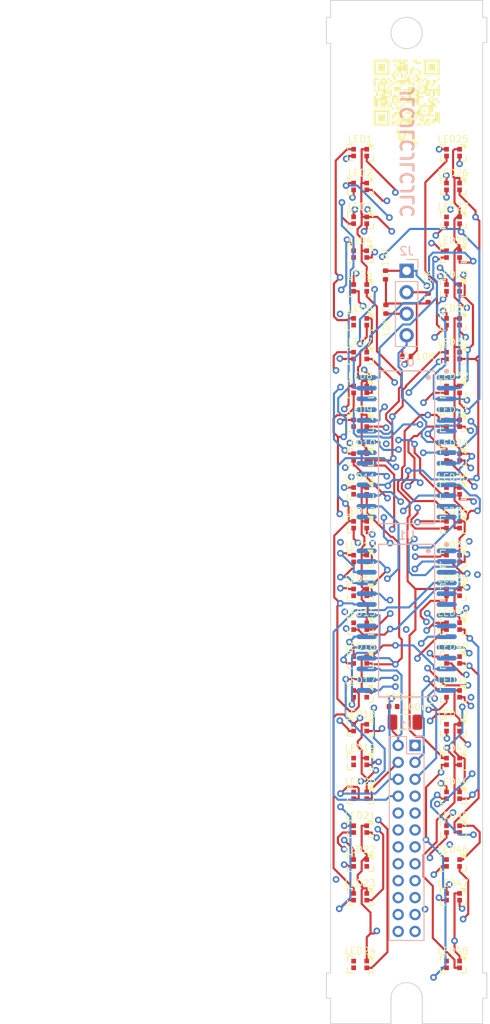
<source format=kicad_pcb>
(kicad_pcb (version 20221018) (generator pcbnew)
  (layers (0 "F.Cu" signal) (1 "In1.Cu" signal) (2 "In2.Cu" signal) (31 "B.Cu" signal) (34 "B.Paste" user) (35 "F.Paste" user) (36 "B.SilkS" user "B.Silkscreen") (37 "F.SilkS" user "F.Silkscreen") (38 "B.Mask" user) (39 "F.Mask" user) (44 "Edge.Cuts" user))
  (net 0 "")
  (net 1 "+5V")
  (net 2 "GND")
  (net 3 "/GRID2_13")
  (net 4 "/GRID2_14")
  (net 5 "/GRID2_15")
  (net 6 "/GRID2_16")
  (net 7 "/SEG1_1")
  (net 8 "/SEG1_2")
  (net 9 "/SEG1_3")
  (net 10 "/SEG1_4")
  (net 11 "/SEG1_5")
  (net 12 "/SEG1_6")
  (net 13 "/SEG2_1")
  (net 14 "/SEG2_2")
  (net 15 "/SEG2_3")
  (net 16 "/LOCK_SENSE")
  (net 17 "/BTN_ALERT")
  (net 18 "/BTN_MUTE")
  (net 19 "/GRID1_13")
  (net 20 "/GRID1_14")
  (net 21 "/GRID1_15")
  (net 23 "/DIN1")
  (net 24 "/CLK_1")
  (net 25 "/DIN2")
  (net 26 "/CLK2")
  (net 27 "/GRID1_1")
  (net 28 "/GRID1_2")
  (net 29 "/GRID1_3")
  (net 30 "/GRID1_4")
  (net 31 "/GRID1_5")
  (net 32 "/GRID1_6")
  (net 33 "/GRID1_7")
  (net 34 "/GRID1_8")
  (net 35 "/GRID1_9")
  (net 36 "/GRID1_10")
  (net 37 "/GRID1_11")
  (net 38 "/GRID1_12")
  (net 39 "/GRID2_1")
  (net 40 "/GRID2_7")
  (net 41 "/SEG2_4")
  (net 42 "/SEG2_5")
  (net 43 "/SEG2_6")
  (net 44 "/GRID2_2")
  (net 45 "/GRID2_8")
  (net 46 "/GRID2_3")
  (net 47 "/GRID2_9")
  (net 48 "/GRID2_4")
  (net 49 "/GRID2_10")
  (net 50 "/GRID2_5")
  (net 51 "/GRID2_11")
  (net 52 "/GRID2_6")
  (net 53 "/GRID2_12")
  (net 54 "/GRID1_16")
  (net 55 "/SEG1_7")
  (net 56 "/SEG1_8")
  (net 57 "/SEG2_7")
  (net 58 "/SEG2_8")
  (footprint "footprints:LED RGB XINGLIGHT XL-2012RGBC 0805" (layer "F.Cu") (at 95 64)
    (fp_text reference "LED32")
    (fp_text value "XL-2012RGBC")
  )
  (footprint "footprints:LED RGB XINGLIGHT XL-2012RGBC 0805" (layer "F.Cu") (at 95 68)
    (fp_text reference "LED33")
    (fp_text value "XL-2012RGBC")
  )
  (footprint "footprints:LED RGB XINGLIGHT XL-2012RGBC 0805" (layer "F.Cu") (at 95 132)
    (fp_text reference "LED48")
    (fp_text value "XL-2012RGBC")
  )
  (footprint "footprints:LED RGB XINGLIGHT XL-2012RGBC 0805" (layer "F.Cu") (at 95 52)
    (fp_text reference "LED29")
    (fp_text value "XL-2012RGBC")
  )
  (footprint "footprints:LED RGB XINGLIGHT XL-2012RGBC 0805" (layer "F.Cu") (at 95 40)
    (fp_text reference "LED26")
    (fp_text value "XL-2012RGBC")
  )
  (footprint "footprints:LED RGB XINGLIGHT XL-2012RGBC 0805" (layer "F.Cu") (at 95 120)
    (fp_text reference "LED46")
    (fp_text value "XL-2012RGBC")
  )
  (footprint "Resistor_SMD:R_0402_1005Metric" (layer "F.Cu") (at 87.05 54.5225 90)
    (fp_text reference "R4")
    (fp_text value "10K")
  )
  (footprint "Resistor_SMD:R_0402_1005Metric" (layer "F.Cu") (at 89.5 60.1)
    (fp_text reference "R2")
    (fp_text value "10K")
  )
  (footprint "footprints:LED RGB XINGLIGHT XL-2012RGBC 0805" (layer "F.Cu") (at 95 44)
    (fp_text reference "LED27")
    (fp_text value "XL-2012RGBC")
  )
  (footprint "footprints:LED RGB XINGLIGHT XL-2012RGBC 0805" (layer "F.Cu") (at 84 120)
    (fp_text reference "LED22")
    (fp_text value "XL-2012RGBC")
  )
  (footprint "footprints:LED RGB XINGLIGHT XL-2012RGBC 0805" (layer "F.Cu") (at 95 60)
    (fp_text reference "LED31")
    (fp_text value "XL-2012RGBC")
  )
  (footprint "footprints:LED RGB XINGLIGHT XL-2012RGBC 0805" (layer "F.Cu") (at 84 124)
    (fp_text reference "LED23")
    (fp_text value "XL-2012RGBC")
  )
  (footprint "footprints:LED RGB XINGLIGHT XL-2012RGBC 0805" (layer "F.Cu") (at 84 44)
    (fp_text reference "LED3")
    (fp_text value "XL-2012RGBC")
  )
  (footprint "footprints:LED RGB XINGLIGHT XL-2012RGBC 0805" (layer "F.Cu") (at 84 64)
    (fp_text reference "LED8")
    (fp_text value "XL-2012RGBC")
  )
  (footprint "footprints:LED RGB XINGLIGHT XL-2012RGBC 0805" (layer "F.Cu") (at 95 36)
    (fp_text reference "LED25")
    (fp_text value "XL-2012RGBC")
  )
  (footprint "footprints:LED RGB XINGLIGHT XL-2012RGBC 0805" (layer "F.Cu") (at 84 84)
    (fp_text reference "LED13")
    (fp_text value "XL-2012RGBC")
  )
  (footprint "footprints:LED RGB XINGLIGHT XL-2012RGBC 0805" (layer "F.Cu") (at 95 80)
    (fp_text reference "LED36")
    (fp_text value "XL-2012RGBC")
  )
  (footprint "footprints:LED RGB XINGLIGHT XL-2012RGBC 0805" (layer "F.Cu") (at 84 36)
    (fp_text reference "LED1")
    (fp_text value "XL-2012RGBC")
  )
  (footprint "footprints:LED RGB XINGLIGHT XL-2012RGBC 0805" (layer "F.Cu") (at 95 84)
    (fp_text reference "LED37")
    (fp_text value "XL-2012RGBC")
  )
  (footprint "footprints:LED RGB XINGLIGHT XL-2012RGBC 0805" (layer "F.Cu") (at 84 88)
    (fp_text reference "LED14")
    (fp_text value "XL-2012RGBC")
  )
  (footprint "footprints:LED RGB XINGLIGHT XL-2012RGBC 0805" (layer "F.Cu") (at 95 108)
    (fp_text reference "LED43")
    (fp_text value "XL-2012RGBC")
  )
  (footprint "Capacitor_SMD:C_1206_3216Metric" (layer "F.Cu") (at 89.3 103.35)
    (fp_text reference "C2")
    (fp_text value "100uF")
  )
  (footprint "footprints:LED RGB XINGLIGHT XL-2012RGBC 0805" (layer "F.Cu") (at 95 72)
    (fp_text reference "LED34")
    (fp_text value "XL-2012RGBC")
  )
  (footprint "footprints:LED RGB XINGLIGHT XL-2012RGBC 0805" (layer "F.Cu") (at 95 48)
    (fp_text reference "LED28")
    (fp_text value "XL-2012RGBC")
  )
  (footprint "footprints:LED RGB XINGLIGHT XL-2012RGBC 0805" (layer "F.Cu") (at 84 76)
    (fp_text reference "LED11")
    (fp_text value "XL-2012RGBC")
  )
  (footprint "footprints:LED RGB XINGLIGHT XL-2012RGBC 0805" (layer "F.Cu") (at 95 116)
    (fp_text reference "LED45")
    (fp_text value "XL-2012RGBC")
  )
  (footprint "footprints:LED RGB XINGLIGHT XL-2012RGBC 0805" (layer "F.Cu") (at 84 60)
    (fp_text reference "LED7")
    (fp_text value "XL-2012RGBC")
  )
  (footprint "footprints:LED RGB XINGLIGHT XL-2012RGBC 0805" (layer "F.Cu") (at 84 92)
    (fp_text reference "LED15")
    (fp_text value "XL-2012RGBC")
  )
  (footprint "footprints:LED RGB XINGLIGHT XL-2012RGBC 0805" (layer "F.Cu") (at 95 104)
    (fp_text reference "LED42")
    (fp_text value "XL-2012RGBC")
  )
  (footprint "footprints:LED RGB XINGLIGHT XL-2012RGBC 0805" (layer "F.Cu") (at 84 40)
    (fp_text reference "LED2")
    (fp_text value "XL-2012RGBC")
  )
  (footprint "footprints:LED RGB XINGLIGHT XL-2012RGBC 0805" (layer "F.Cu") (at 84 72)
    (fp_text reference "LED10")
    (fp_text value "XL-2012RGBC")
  )
  (footprint "Resistor_SMD:R_0402_1005Metric" (layer "F.Cu") (at 92.05 53.1725 -90)
    (fp_text reference "R1")
    (fp_text value "10K")
  )
  (footprint "footprints:LED RGB XINGLIGHT XL-2012RGBC 0805" (layer "F.Cu") (at 95 92)
    (fp_text reference "LED39")
    (fp_text value "XL-2012RGBC")
  )
  (footprint "Capacitor_SMD:C_0402_1005Metric" (layer "F.Cu") (at 87.9 101.5)
    (fp_text reference "C1")
    (fp_text value "100nF")
  )
  (footprint "footprints:LED RGB XINGLIGHT XL-2012RGBC 0805" (layer "F.Cu") (at 84 96)
    (fp_text reference "LED16")
    (fp_text value "XL-2012RGBC")
  )
  (footprint "footprints:LED RGB XINGLIGHT XL-2012RGBC 0805" (layer "F.Cu") (at 84 56)
    (fp_text reference "LED6")
    (fp_text value "XL-2012RGBC")
  )
  (footprint "footprints:LED RGB XINGLIGHT XL-2012RGBC 0805" (layer "F.Cu") (at 84 100)
    (fp_text reference "LED17")
    (fp_text value "XL-2012RGBC")
  )
  (footprint "footprints:LED RGB XINGLIGHT XL-2012RGBC 0805" (layer "F.Cu") (at 84 80)
    (fp_text reference "LED12")
    (fp_text value "XL-2012RGBC")
  )
  (footprint "footprints:LED RGB XINGLIGHT XL-2012RGBC 0805" (layer "F.Cu") (at 95 96)
    (fp_text reference "LED40")
    (fp_text value "XL-2012RGBC")
  )
  (footprint "footprints:LED RGB XINGLIGHT XL-2012RGBC 0805" (layer "F.Cu") (at 95 112)
    (fp_text reference "LED44")
    (fp_text value "XL-2012RGBC")
  )
  (footprint "footprints:LED RGB XINGLIGHT XL-2012RGBC 0805" (layer "F.Cu") (at 84 52)
    (fp_text reference "LED5")
    (fp_text value "XL-2012RGBC")
  )
  (footprint "LOGO" (layer "F.Cu") (at 89.5 28.9)
    (fp_text reference "v1" hide)
    (fp_text value "LOGO" hide)
  )
  (footprint "Resistor_SMD:R_0402_1005Metric" (layer "F.Cu") (at 87 50.4725 -90)
    (fp_text reference "R3")
    (fp_text value "10K")
  )
  (footprint "footprints:LED RGB XINGLIGHT XL-2012RGBC 0805" (layer "F.Cu") (at 84 132)
    (fp_text reference "LED24")
    (fp_text value "XL-2012RGBC")
  )
  (footprint "footprints:LED RGB XINGLIGHT XL-2012RGBC 0805" (layer "F.Cu") (at 84 108)
    (fp_text reference "LED19")
    (fp_text value "XL-2012RGBC")
  )
  (footprint "footprints:LED RGB XINGLIGHT XL-2012RGBC 0805" (layer "F.Cu") (at 84 116)
    (fp_text reference "LED21")
    (fp_text value "XL-2012RGBC")
  )
  (footprint "footprints:LED RGB XINGLIGHT XL-2012RGBC 0805" (layer "F.Cu") (at 84 48)
    (fp_text reference "LED4")
    (fp_text value "XL-2012RGBC")
  )
  (footprint "footprints:LED RGB XINGLIGHT XL-2012RGBC 0805" (layer "F.Cu") (at 84 112)
    (fp_text reference "LED20")
    (fp_text value "XL-2012RGBC")
  )
  (footprint "footprints:LED RGB XINGLIGHT XL-2012RGBC 0805" (layer "F.Cu") (at 95 124)
    (fp_text reference "LED47")
    (fp_text value "XL-2012RGBC")
  )
  (footprint "footprints:LED RGB XINGLIGHT XL-2012RGBC 0805" (layer "F.Cu") (at 95 56)
    (fp_text reference "LED30")
    (fp_text value "XL-2012RGBC")
  )
  (footprint "footprints:LED RGB XINGLIGHT XL-2012RGBC 0805" (layer "F.Cu") (at 95 76)
    (fp_text reference "LED35")
    (fp_text value "XL-2012RGBC")
  )
  (footprint "footprints:LED RGB XINGLIGHT XL-2012RGBC 0805" (layer "F.Cu") (at 84 68)
    (fp_text reference "LED9")
    (fp_text value "XL-2012RGBC")
  )
  (footprint "footprints:LED RGB XINGLIGHT XL-2012RGBC 0805" (layer "F.Cu") (at 95 88)
    (fp_text reference "LED38")
    (fp_text value "XL-2012RGBC")
  )
  (footprint "footprints:LED RGB XINGLIGHT XL-2012RGBC 0805" (layer "F.Cu") (at 95 100)
    (fp_text reference "LED41")
    (fp_text value "XL-2012RGBC")
  )
  (footprint "footprints:LED RGB XINGLIGHT XL-2012RGBC 0805" (layer "F.Cu") (at 84 104)
    (fp_text reference "LED18")
    (fp_text value "XL-2012RGBC")
  )
  (footprint "C41327:SOIC-28_L17.9-W7.5-P1.27-LS10.3-BL" (layer "B.Cu") (at 89.5 91.3425 -90)
    (fp_text reference "U1")
    (fp_text value "TM1640")
  )
  (footprint "Connector_PinHeader_2.00mm:PinHeader_2x12_P2.00mm_Vertical" (layer "B.Cu") (at 90.5 106.1 180)
    (fp_text reference "J1")
    (fp_text value "Conn_02x12_Top_Bottom")
  )
  (footprint "Connector_PinHeader_2.54mm:PinHeader_1x04_P2.54mm_Vertical" (layer "B.Cu") (at 89.5 49.9725 180)
    (fp_text reference "J2")
    (fp_text value "Conn_01x04")
  )
  (footprint "C41327:SOIC-28_L17.9-W7.5-P1.27-LS10.3-BL" (layer "B.Cu") (at 89.5 70.8425 -90)
    (fp_text reference "U2")
    (fp_text value "TM1640")
  )
  (gr_line (start 99 133) (end 98.5 133) (stroke (width 0.1)) (layer "Edge.Cuts"))
  (gr_circle (center 89.5 21.85) (end 91.35 21.85) (stroke (width 0.1)) (fill none) (layer "Edge.Cuts"))
  (gr_line (start 87.65 136) (end 87.65 139) (stroke (width 0.1)) (layer "Edge.Cuts"))
  (gr_line (start 80.5 18) (end 98.5 18) (stroke (width 0.1)) (layer "Edge.Cuts"))
  (gr_line (start 99 23) (end 98.5 23) (stroke (width 0.1)) (layer "Edge.Cuts"))
  (gr_line (start 98.5 18) (end 98.5 20) (stroke (width 0.1)) (layer "Edge.Cuts"))
  (gr_line (start 98.5 139) (end 98.5 136) (stroke (width 0.1)) (layer "Edge.Cuts"))
  (gr_line (start 99 20) (end 99 23) (stroke (width 0.1)) (layer "Edge.Cuts"))
  (gr_line (start 80 20) (end 80 23.1) (stroke (width 0.1)) (layer "Edge.Cuts"))
  (gr_arc (start 87.65 136) (mid 89.5 134.15) (end 91.35 136) (stroke (width 0.1)) (layer "Edge.Cuts"))
  (gr_line (start 80 23.1) (end 80.5 23.1) (stroke (width 0.1)) (layer "Edge.Cuts"))
  (gr_line (start 80 133) (end 80.5 133) (stroke (width 0.1)) (layer "Edge.Cuts"))
  (gr_line (start 80.5 139) (end 80.5 136) (stroke (width 0.1)) (layer "Edge.Cuts"))
  (gr_line (start 98.5 20) (end 99 20) (stroke (width 0.1)) (layer "Edge.Cuts"))
  (gr_line (start 91.35 136) (end 91.35 139) (stroke (width 0.1)) (layer "Edge.Cuts"))
  (gr_line (start 99 133) (end 99 136) (stroke (width 0.1)) (layer "Edge.Cuts"))
  (gr_line (start 80.5 139) (end 87.65 139) (stroke (width 0.1)) (layer "Edge.Cuts"))
  (gr_line (start 80 133) (end 80 136) (stroke (width 0.1)) (layer "Edge.Cuts"))
  (gr_line (start 98.5 133) (end 98.5 23) (stroke (width 0.1)) (layer "Edge.Cuts"))
  (gr_line (start 80.5 18) (end 80.5 20) (stroke (width 0.1)) (layer "Edge.Cuts"))
  (gr_line (start 98.5 139) (end 91.35 139) (stroke (width 0.1)) (layer "Edge.Cuts"))
  (gr_line (start 80.5 23.1) (end 80.5 133) (stroke (width 0.1)) (layer "Edge.Cuts"))
  (gr_line (start 99 136) (end 98.5 136) (stroke (width 0.1)) (layer "Edge.Cuts"))
  (gr_line (start 80 136) (end 80.5 136) (stroke (width 0.1)) (layer "Edge.Cuts"))
  (gr_line (start 80.5 20) (end 80 20) (stroke (width 0.1)) (layer "Edge.Cuts"))
  (gr_text "JLCJLCJLCJLC" (at 90.5 28 90) (layer "B.SilkS") (effects (font (size 1.5 1.5) (thickness 0.3) bold) (justify left bottom mirror)))
  (gr_text "V1" (at 88.1 35.1) (layer "F.SilkS") (effects (font (size 1.5 1.5) (thickness 0.3) bold) (justify left bottom)))
  (segment (start 87.42 101.5) (end 87.42 102.945) (width 0.25) (layer "F.Cu") (net 1))
  (segment (start 87.2225 53.84) (end 87.05 54.0125) (width 0.25) (layer "F.Cu") (net 1))
  (segment (start 87.42 102.945) (end 87.825 103.35) (width 0.25) (layer "F.Cu") (net 1))
  (segment (start 90.01 60.1) (end 89.2662 60.8438) (width 0.25) (layer "F.Cu") (net 1))
  (segment (start 87.05 51.0325) (end 87 50.9825) (width 0.25) (layer "F.Cu") (net 1))
  (segment (start 88.5 105.0981) (end 87.825 104.4231) (width 0.25) (layer "F.Cu") (net 1))
  (segment (start 88.5 106.1) (end 88.5 105.0981) (width 0.25) (layer "F.Cu") (net 1))
  (segment (start 89.2662 60.8438) (end 89.2662 61.0283) (width 0.25) (layer "F.Cu") (net 1))
  (segment (start 87.825 104.4231) (end 87.825 103.35) (width 0.25) (layer "F.Cu") (net 1))
  (segment (start 87.05 54.0125) (end 87.05 51.0325) (width 0.25) (layer "F.Cu") (net 1))
  (segment (start 92.05 53.6825) (end 91.8925 53.84) (width 0.25) (layer "F.Cu") (net 1))
  (segment (start 90.7112 53.84) (end 90.7112 59.3988) (width 0.25) (layer "F.Cu") (net 1))
  (segment (start 91.8925 53.84) (end 90.7112 53.84) (width 0.25) (layer "F.Cu") (net 1))
  (segment (start 90.7112 53.84) (end 87.2225 53.84) (width 0.25) (layer "F.Cu") (net 1))
  (segment (start 90.7112 59.3988) (end 90.01 60.1) (width 0.25) (layer "F.Cu") (net 1))
  (via (at 89.2662 61.0283) (size 0.8) (drill 0.4) (layers "F.Cu" "B.Cu") (net 1))
  (via (at 88.7982 77.2722) (size 0.8) (drill 0.4) (layers "F.Cu" "B.Cu") (net 1))
  (segment (start 85.521 97.0525) (end 84.76 97.0525) (width 0.25) (layer "B.Cu") (net 1))
  (segment (start 86.4667 97.2373) (end 86.2819 97.0525) (width 0.25) (layer "B.Cu") (net 1))
  (segment (start 88.8949 104.7032) (end 88.8949 97.8117) (width 0.25) (layer "B.Cu") (net 1))
  (segment (start 85.521 97.0525) (end 86.2819 97.0525) (width 0.25) (layer "B.Cu") (net 1))
  (segment (start 88.5 106.1) (end 88.5 105.0981) (width 0.25) (layer "B.Cu") (net 1))
  (segment (start 87.6563 76.1303) (end 88.7982 77.2722) (width 0.25) (layer "B.Cu") (net 1))
  (segment (start 88.8949 97.8117) (end 88.3205 97.2373) (width 0.25) (layer "B.Cu") (net 1))
  (segment (start 86.2819 76.5525) (end 86.7041 76.1303) (width 0.25) (layer "B.Cu") (net 1))
  (segment (start 88.3205 97.2373) (end 86.4667 97.2373) (width 0.25) (layer "B.Cu") (net 1))
  (segment (start 88.5 105.0981) (end 88.8949 104.7032) (width 0.25) (layer "B.Cu") (net 1))
  (segment (start 86.7041 76.1303) (end 87.6563 76.1303) (width 0.25) (layer "B.Cu") (net 1))
  (segment (start 84.76 76.5525) (end 86.2819 76.5525) (width 0.25) (layer "B.Cu") (net 1))
  (segment (start 96.3769 92.8418) (end 96.9806 93.4455) (width 0.25) (layer "F.Cu") (net 3))
  (segment (start 95.775 52.4) (end 95.775 53.0019) (width 0.25) (layer "F.Cu") (net 3))
  (segment (start 96.3769 72.5642) (end 96.3769 72.4) (width 0.25) (layer "F.Cu") (net 3))
  (segment (start 96.7223 59.3185) (end 97.3587 58.6821) (width 0.25) (layer "F.Cu") (net 3))
  (segment (start 96.3769 50.625) (end 96.3769 52.9409) (width 0.25) (layer "F.Cu") (net 3))
  (segment (start 96.8247 112.4) (end 97.2967 111.928) (width 0.25) (layer "F.Cu") (net 3))
  (segment (start 95.775 92.4) (end 96.3769 92.4) (width 0.25) (layer "F.Cu") (net 3))
  (segment (start 95.775 112.4) (end 96.8247 112.4) (width 0.25) (layer "F.Cu") (net 3))
  (segment (start 95.775 72.4) (end 96.3769 72.4) (width 0.25) (layer "F.Cu") (net 3))
  (segment (start 97.3587 58.6821) (end 97.3587 54.0447) (width 0.25) (layer "F.Cu") (net 3))
  (segment (start 96.3159 53.0019) (end 95.775 53.0019) (width 0.25) (layer "F.Cu") (net 3))
  (segment (start 97.1026 73.2899) (end 96.3769 72.5642) (width 0.25) (layer "F.Cu") (net 3))
  (segment (start 97.3587 54.0447) (end 96.3159 53.0019) (width 0.25) (layer "F.Cu") (net 3))
  (segment (start 96.3769 52.9409) (end 96.3159 53.0019) (width 0.25) (layer "F.Cu") (net 3))
  (segment (start 96.3769 92.4) (end 96.3769 92.8418) (width 0.25) (layer "F.Cu") (net 3))
  (segment (start 96.2017 50.4498) (end 96.3769 50.625) (width 0.25) (layer "F.Cu") (net 3))
  (via (at 96.2017 50.4498) (size 0.8) (drill 0.4) (layers "F.Cu" "B.Cu") (net 3))
  (via (at 94.688 42.7185) (size 0.8) (drill 0.4) (layers "F.Cu" "B.Cu") (net 3))
  (via (at 97.1026 73.2899) (size 0.8) (drill 0.4) (layers "F.Cu" "B.Cu") (net 3))
  (via (at 96.9806 93.4455) (size 0.8) (drill 0.4) (layers "F.Cu" "B.Cu") (net 3))
  (via (at 97.2967 111.928) (size 0.8) (drill 0.4) (layers "F.Cu" "B.Cu") (net 3))
  (via (at 96.7223 59.3185) (size 0.8) (drill 0.4) (layers "F.Cu" "B.Cu") (net 3))
  (segment (start 94.24 63.8525) (end 95.7619 63.8525) (width 0.25) (layer "B.Cu") (net 3))
  (segment (start 96.7223 59.3185) (end 96.7223 62.8921) (width 0.25) (layer "B.Cu") (net 3))
  (segment (start 96.7223 62.8921) (end 95.7619 63.8525) (width 0.25) (layer "B.Cu") (net 3))
  (segment (start 97.9971 111.2276) (end 97.2967 111.928) (width 0.25) (layer "B.Cu") (net 3))
  (segment (start 96.9806 93.4455) (end 97.9971 94.462) (width 0.25) (layer "B.Cu") (net 3))
  (segment (start 97.9971 94.462) (end 97.9971 111.2276) (width 0.25) (layer "B.Cu") (net 3))
  (segment (start 93.6231 92.7969) (end 90.7843 95.6357) (width 0.25) (layer "F.Cu") (net 4))
  (segment (start 94.8269 72.4) (end 94.8269 72.7873) (width 0.25) (layer "F.Cu") (net 4))
  (segment (start 94.225 92.4) (end 93.6231 92.4) (width 0.25) (layer "F.Cu") (net 4))
  (segment (start 94.8269 72.7873) (end 97.5266 75.487) (width 0.25) (layer "F.Cu") (net 4))
  (segment (start 94.1369 53.0019) (end 93.8221 53.3167) (width 0.25) (layer "F.Cu") (net 4))
  (segment (start 93.1765 111.9534) (end 93.1256 111.9534) (width 0.25) (layer "F.Cu") (net 4))
  (segment (start 94.225 72.4) (end 94.8269 72.4) (width 0.25) (layer "F.Cu") (net 4))
  (segment (start 93.6231 112.4) (end 93.1765 111.9534) (width 0.25) (layer "F.Cu") (net 4))
  (segment (start 90.7843 95.6357) (end 90.7843 95.818) (width 0.25) (layer "F.Cu") (net 4))
  (segment (start 94.225 53.0019) (end 94.1369 53.0019) (width 0.25) (layer "F.Cu") (net 4))
  (segment (start 94.225 52.4) (end 94.225 53.0019) (width 0.25) (layer "F.Cu") (net 4))
  (segment (start 93.6231 92.4) (end 93.6231 92.7969) (width 0.25) (layer "F.Cu") (net 4))
  (segment (start 94.225 112.4) (end 93.6231 112.4) (width 0.25) (layer "F.Cu") (net 4))
  (via (at 90.7843 95.818) (size 0.8) (drill 0.4) (layers "F.Cu" "B.Cu") (net 4))
  (via (at 93.1256 111.9534) (size 0.8) (drill 0.4) (layers "F.Cu" "B.Cu") (net 4))
  (via (at 93.8221 53.3167) (size 0.8) (drill 0.4) (layers "F.Cu" "B.Cu") (net 4))
  (via (at 97.4156 116.658) (size 0.8) (drill 0.4) (layers "F.Cu" "B.Cu") (net 4))
  (via (at 97.5266 75.487) (size 0.8) (drill 0.4) (layers "F.Cu" "B.Cu") (net 4))
  (via (at 96.6318 65.2732) (size 0.8) (drill 0.4) (layers "F.Cu" "B.Cu") (net 4))
  (segment (start 95.7246 116.658) (end 97.4156 116.658) (width 0.25) (layer "B.Cu") (net 4))
  (segment (start 93.4944 61.5626) (end 93.6074 61.5626) (width 0.25) (layer "B.Cu") (net 4))
  (segment (start 94.0858 61.0842) (end 94.0858 56.0118) (width 0.25) (layer "B.Cu") (net 4))
  (segment (start 93.0952 54.0436) (end 93.8221 53.3167) (width 0.25) (layer "B.Cu") (net 4))
  (segment (start 93.5925 65.1225) (end 92.7181 65.1225) (width 0.25) (layer "B.Cu") (net 4))
  (segment (start 93.0952 55.0212) (end 93.0952 54.0436) (width 0.25) (layer "B.Cu") (net 4))
  (segment (start 94.0858 56.0118) (end 93.0952 55.0212) (width 0.25) (layer "B.Cu") (net 4))
  (segment (start 93.5925 65.1225) (end 94.24 65.1225) (width 0.25) (layer "B.Cu") (net 4))
  (segment (start 94.24 65.1225) (end 96.4811 65.1225) (width 0.25) (layer "B.Cu") (net 4))
  (segment (start 92.3987 113.3321) (end 95.7246 116.658) (width 0.25) (layer "B.Cu") (net 4))
  (segment (start 93.1256 111.9534) (end 92.3987 112.6803) (width 0.25) (layer "B.Cu") (net 4))
  (segment (start 92.7181 65.1225) (end 92.7181 62.3389) (width 0.25) (layer "B.Cu") (net 4))
  (segment (start 92.3987 112.6803) (end 92.3987 113.3321) (width 0.25) (layer "B.Cu") (net 4))
  (segment (start 93.6074 61.5626) (end 94.0858 61.0842) (width 0.25) (layer "B.Cu") (net 4))
  (segment (start 96.4811 65.1225) (end 96.6318 65.2732) (width 0.25) (layer "B.Cu") (net 4))
  (segment (start 92.7181 62.3389) (end 93.4944 61.5626) (width 0.25) (layer "B.Cu") (net 4))
  (segment (start 93.853 50.9981) (end 93.4817 50.6268) (width 0.25) (layer "F.Cu") (net 5))
  (segment (start 94.225 91.6) (end 92.7775 91.6) (width 0.25) (layer "F.Cu") (net 5))
  (segment (start 94.225 71.6) (end 94.225 70.9981) (width 0.25) (layer "F.Cu") (net 5))
  (segment (start 94.225 70.9981) (end 93.7433 70.9981) (width 0.25) (layer "F.Cu") (net 5))
  (segment (start 94.225 110.9981) (end 93.7992 110.5723) (width 0.25) (layer "F.Cu") (net 5))
  (segment (start 93.7992 110.5723) (end 93.5775 110.5723) (width 0.25) (layer "F.Cu") (net 5))
  (segment (start 94.225 50.9981) (end 93.853 50.9981) (width 0.25) (layer "F.Cu") (net 5))
  (segment (start 93.7433 70.9981) (end 92.0131 69.2679) (width 0.25) (layer "F.Cu") (net 5))
  (segment (start 94.225 51.6) (end 94.225 50.9981) (width 0.25) (layer "F.Cu") (net 5))
  (segment (start 94.225 111.6) (end 94.225 110.9981) (width 0.25) (layer "F.Cu") (net 5))
  (segment (start 92.7775 91.6) (end 91.8758 92.5017) (width 0.25) (layer "F.Cu") (net 5))
  (via (at 91.8758 92.5017) (size 0.8) (drill 0.4) (layers "F.Cu" "B.Cu") (net 5))
  (via (at 92.0131 69.2679) (size 0.8) (drill 0.4) (layers "F.Cu" "B.Cu") (net 5))
  (via (at 93.5775 110.5723) (size 0.8) (drill 0.4) (layers "F.Cu" "B.Cu") (net 5))
  (via (at 93.4817 50.6268) (size 0.8) (drill 0.4) (layers "F.Cu" "B.Cu") (net 5))
  (segment (start 95.4229 68.2887) (end 92.9923 68.2887) (width 0.25) (layer "B.Cu") (net 5))
  (segment (start 92.9923 68.2887) (end 92.0131 69.2679) (width 0.25) (layer "B.Cu") (net 5))
  (segment (start 95.7619 67.9497) (end 95.4229 68.2887) (width 0.25) (layer "B.Cu") (net 5))
  (segment (start 95.7619 66.3925) (end 95.7619 67.9497) (width 0.25) (layer "B.Cu") (net 5))
  (segment (start 94.24 66.3925) (end 95.7619 66.3925) (width 0.25) (layer "B.Cu") (net 5))
  (segment (start 84.2336 43.3346) (end 84.1731 43.3951) (width 0.25) (layer "F.Cu") (net 7))
  (segment (start 84.7337 43.6) (end 84.775 43.6) (width 0.25) (layer "F.Cu") (net 7))
  (segment (start 84.775 50.9981) (end 84.775 49.476) (width 0.25) (layer "F.Cu") (net 7))
  (segment (start 84.775 35.6) (end 84.1731 35.6) (width 0.25) (layer "F.Cu") (net 7))
  (segment (start 84.1731 39.6) (end 84.1373 39.6358) (width 0.25) (layer "F.Cu") (net 7))
  (segment (start 86.0354 43.6) (end 87.7402 45.3048) (width 0.25) (layer "F.Cu") (net 7))
  (segment (start 84.1731 43.6) (end 84.1731 44.5617) (width 0.25) (layer "F.Cu") (net 7))
  (segment (start 84.2337 43.3346) (end 84.2336 43.3346) (width 0.25) (layer "F.Cu") (net 7))
  (segment (start 84.1731 48.8741) (end 84.1731 47.6) (width 0.25) (layer "F.Cu") (net 7))
  (segment (start 84.775 43.6) (end 86.0354 43.6) (width 0.25) (layer "F.Cu") (net 7))
  (segment (start 84.1731 46.1393) (end 84.1731 47.6) (width 0.25) (layer "F.Cu") (net 7))
  (segment (start 84.1731 44.5617) (end 83.6853 45.0495) (width 0.25) (layer "F.Cu") (net 7))
  (segment (start 84.775 39.6) (end 84.1746 39.6) (width 0.25) (layer "F.Cu") (net 7))
  (segment (start 84.1373 43.1731) (end 84.2662 43.302) (width 0.25) (layer "F.Cu") (net 7))
  (segment (start 84.2662 43.302) (end 84.2662 43.3021) (width 0.25) (layer "F.Cu") (net 7))
  (segment (start 84.1373 39.6358) (end 84.1373 43.1731) (width 0.25) (layer "F.Cu") (net 7))
  (segment (start 84.775 51.6) (end 84.775 50.9981) (width 0.25) (layer "F.Cu") (net 7))
  (segment (start 83.6853 45.0495) (end 83.6853 45.6515) (width 0.25) (layer "F.Cu") (net 7))
  (segment (start 84.2662 43.3021) (end 84.2337 43.3346) (width 0.25) (layer "F.Cu") (net 7))
  (segment (start 84.1731 39.5985) (end 84.1731 35.6) (width 0.25) (layer "F.Cu") (net 7))
  (segment (start 84.7337 43.6) (end 84.1731 43.6) (width 0.25) (layer "F.Cu") (net 7))
  (segment (start 84.775 47.6) (end 84.1731 47.6) (width 0.25) (layer "F.Cu") (net 7))
  (segment (start 83.6853 45.6515) (end 84.1731 46.1393) (width 0.25) (layer "F.Cu") (net 7))
  (segment (start 84.1731 43.3951) (end 84.1731 43.6) (width 0.25) (layer "F.Cu") (net 7))
  (segment (start 84.775 49.476) (end 84.1731 48.8741) (width 0.25) (layer "F.Cu") (net 7))
  (segment (start 84.1746 39.6) (end 84.1731 39.6) (width 0.25) (layer "F.Cu") (net 7))
  (segment (start 84.1746 39.6) (end 84.1731 39.5985) (width 0.25) (layer "F.Cu") (net 7))
  (via (at 87.7402 45.3048) (size 0.8) (drill 0.4) (layers "F.Cu" "B.Cu") (net 7))
  (via (at 91.2306 94.0417) (size 0.8) (drill 0.4) (layers "F.Cu" "B.Cu") (net 7))
  (segment (start 91.2306 94.0417) (end 92.0298 93.2425) (width 0.25) (layer "B.Cu") (net 7))
  (segment (start 92.0298 93.2425) (end 94.24 93.2425) (width 0.25) (layer "B.Cu") (net 7))
  (segment (start 84.775 67.6) (end 84.775 66.9981) (width 0.25) (layer "F.Cu") (net 8))
  (segment (start 84.775 63.6) (end 84.775 62.9981) (width 0.25) (layer "F.Cu") (net 8))
  (segment (start 84.775 58.9981) (end 85.3769 58.3962) (width 0.25) (layer "F.Cu") (net 8))
  (segment (start 84.0053 59.5201) (end 84.1971 59.3283) (width 0.25) (layer "F.Cu") (net 8))
  (segment (start 84.775 71.6) (end 84.775 70.9981) (width 0.25) (layer "F.Cu") (net 8))
  (segment (start 88.0261 80.3031) (end 87.7893 80.5399) (width 0.25) (layer "F.Cu") (net 8))
  (segment (start 84.2757 59.3283) (end 84.6059 58.9981) (width 0.25) (layer "F.Cu") (net 8))
  (segment (start 86.9339 73.0019) (end 88.0261 74.0941) (width 0.25) (layer "F.Cu") (net 8))
  (segment (start 91.9754 96.9628) (end 94.0092 98.9966) (width 0.25) (layer "F.Cu") (net 8))
  (segment (start 84.3576 73.0019) (end 86.9339 73.0019) (width 0.25) (layer "F.Cu") (net 8))
  (segment (start 84.775 59.6) (end 84.775 58.9981) (width 0.25) (layer "F.Cu") (net 8))
  (segment (start 83.7476 61.3886) (end 84.0053 61.1309) (width 0.25) (layer "F.Cu") (net 8))
  (segment (start 84.0053 61.1309) (end 84.0053 59.5201) (width 0.25) (layer "F.Cu") (net 8))
  (segment (start 84.1971 59.3283) (end 84.2757 59.3283) (width 0.25) (layer "F.Cu") (net 8))
  (segment (start 84.1731 63.1743) (end 84.3493 62.9981) (width 0.25) (layer "F.Cu") (net 8))
  (segment (start 84.775 66.9981) (end 84.1731 66.9981) (width 0.25) (layer "F.Cu") (net 8))
  (segment (start 84.1731 66.9981) (end 84.1731 63.1743) (width 0.25) (layer "F.Cu") (net 8))
  (segment (start 84.3493 62.9981) (end 83.7476 62.3964) (width 0.25) (layer "F.Cu") (net 8))
  (segment (start 94.0092 98.9966) (end 96.766 98.9966) (width 0.25) (layer "F.Cu") (net 8))
  (segment (start 84.6059 58.9981) (end 84.775 58.9981) (width 0.25) (layer "F.Cu") (net 8))
  (segment (start 84.1675 72.8118) (end 84.3576 73.0019) (width 0.25) (layer "F.Cu") (net 8))
  (segment (start 88.0261 74.0941) (end 88.0261 80.3031) (width 0.25) (layer "F.Cu") (net 8))
  (segment (start 84.3493 62.9981) (end 84.775 62.9981) (width 0.25) (layer "F.Cu") (net 8))
  (segment (start 84.1731 66.9981) (end 84.1731 70.3962) (width 0.25) (layer "F.Cu") (net 8))
  (segment (start 83.7476 62.3964) (end 83.7476 61.3886) (width 0.25) (layer "F.Cu") (net 8))
  (segment (start 85.3769 58.3962) (end 85.3769 55.6) (width 0.25) (layer "F.Cu") (net 8))
  (segment (start 84.1731 70.3962) (end 84.775 70.9981) (width 0.25) (layer "F.Cu") (net 8))
  (segment (start 84.1675 71.6056) (end 84.1675 72.8118) (width 0.25) (layer "F.Cu") (net 8))
  (segment (start 84.775 55.6) (end 85.3769 55.6) (width 0.25) (layer "F.Cu") (net 8))
  (segment (start 84.775 70.9981) (end 84.1675 71.6056) (width 0.25) (layer "F.Cu") (net 8))
  (via (at 89.4503 92.3887) (size 0.8) (drill 0.4) (layers "F.Cu" "B.Cu") (net 8))
  (via (at 96.9146 95.1896) (size 0.8) (drill 0.4) (layers "F.Cu" "B.Cu") (net 8))
  (via (at 87.7893 80.5399) (size 0.8) (drill 0.4) (layers "F.Cu" "B.Cu") (net 8))
  (via (at 91.9754 96.9628) (size 0.8) (drill 0.4) (layers "F.Cu" "B.Cu") (net 8))
  (via (at 96.766 98.9966) (size 0.8) (drill 0.4) (layers "F.Cu" "B.Cu") (net 8))
  (segment (start 94.24 94.5125) (end 96.2375 94.5125) (width 0.25) (layer "B.Cu") (net 8))
  (segment (start 96.2375 94.5125) (end 96.9146 95.1896) (width 0.25) (layer "B.Cu") (net 8))
  (segment (start 84.4615 87.6) (end 84.1731 87.8884) (width 0.25) (layer "F.Cu") (net 9))
  (segment (start 84.775 91.6) (end 84.775 90.9981) (width 0.25) (layer "F.Cu") (net 9))
  (segment (start 84.8867 90.8864) (end 84.775 90.9981) (width 0.25) (layer "F.Cu") (net 9))
  (segment (start 84.1731 75.6) (end 84.1731 79.4866) (width 0.25) (layer "F.Cu") (net 9))
  (segment (start 84.4996 81.4585) (end 84.1731 81.132) (width 0.25) (layer "F.Cu") (net 9))
  (segment (start 84.1731 87.8884) (end 84.1731 88.8288) (width 0.25) (layer "F.Cu") (net 9))
  (segment (start 84.1731 82.7293) (end 84.4996 82.4028) (width 0.25) (layer "F.Cu") (net 9))
  (segment (start 84.2865 79.6) (end 84.1746 79.6) (width 0.25) (layer "F.Cu") (net 9))
  (segment (start 84.6625 79.6) (end 84.2865 79.6) (width 0.25) (layer "F.Cu") (net 9))
  (segment (start 84.775 83.6) (end 84.1731 83.6) (width 0.25) (layer "F.Cu") (net 9))
  (segment (start 84.1731 81.132) (end 84.1731 79.6) (width 0.25) (layer "F.Cu") (net 9))
  (segment (start 84.775 87.6) (end 84.4615 87.6) (width 0.25) (layer "F.Cu") (net 9))
  (segment (start 84.1746 79.6) (end 84.1731 79.6) (width 0.25) (layer "F.Cu") (net 9))
  (segment (start 84.1731 88.8288) (end 84.8867 89.5424) (width 0.25) (layer "F.Cu") (net 9))
  (segment (start 84.6625 79.6) (end 84.775 79.6) (width 0.25) (layer "F.Cu") (net 9))
  (segment (start 84.1731 79.4866) (end 84.2865 79.6) (width 0.25) (layer "F.Cu") (net 9))
  (segment (start 84.4996 82.4028) (end 84.4996 81.4585) (width 0.25) (layer "F.Cu") (net 9))
  (segment (start 84.8867 89.5424) (end 84.8867 90.8864) (width 0.25) (layer "F.Cu") (net 9))
  (segment (start 84.1731 83.6) (end 84.1731 82.7293) (width 0.25) (layer "F.Cu") (net 9))
  (segment (start 84.775 75.6) (end 84.1731 75.6) (width 0.25) (layer "F.Cu") (net 9))
  (segment (start 84.1731 87.3116) (end 84.4615 87.6) (width 0.25) (layer "F.Cu") (net 9))
  (segment (start 84.1731 83.6) (end 84.1731 87.3116) (width 0.25) (layer "F.Cu") (net 9))
  (segment (start 85.3754 99.6015) (end 85.3769 99.6) (width 0.25) (layer "F.Cu") (net 10))
  (segment (start 84.8694 110.0252) (end 85.8555 109.0391) (width 0.25) (layer "F.Cu") (net 10))
  (segment (start 84.775 99.6) (end 85.2635 99.6) (width 0.25) (layer "F.Cu") (net 10))
  (segment (start 83.7175 105.6201) (end 83.7175 106.2221) (width 0.25) (layer "F.Cu") (net 10))
  (segment (start 85.3754 99.8826) (end 85.3754 99.6015) (width 0.25) (layer "F.Cu") (net 10))
  (segment (start 84.7859 110.9872) (end 84.7859 110.0252) (width 0.25) (layer "F.Cu") (net 10))
  (segment (start 84.9626 95.6) (end 85.3769 95.6) (width 0.25) (layer "F.Cu") (net 10))
  (segment (start 84.9626 95.6) (end 84.775 95.6) (width 0.25) (layer "F.Cu") (net 10))
  (segment (start 84.1731 106.6776) (end 84.1731 107.6) (width 0.25) (layer "F.Cu") (net 10))
  (segment (start 85.1854 99.7981) (end 85.3226 99.9353) (width 0.25) (layer "F.Cu") (net 10))
  (segment (start 84.7859 110.0252) (end 84.8694 110.0252) (width 0.25) (layer "F.Cu") (net 10))
  (segment (start 84.1731 95.6) (end 84.1731 98.264) (width 0.25) (layer "F.Cu") (net 10))
  (segment (start 84.2462 99.413) (end 84.3603 99.413) (width 0.25) (layer "F.Cu") (net 10))
  (segment (start 84.3603 99.413) (end 84.625 99.6777) (width 0.25) (layer "F.Cu") (net 10))
  (segment (start 85.3227 99.9353) (end 85.3754 99.8826) (width 0.25) (layer "F.Cu") (net 10))
  (segment (start 84.775 111.6) (end 84.775 110.9981) (width 0.25) (layer "F.Cu") (net 10))
  (segment (start 84.775 107.6) (end 84.1731 107.6) (width 0.25) (layer "F.Cu") (net 10))
  (segment (start 84.1731 105.1645) (end 83.7175 105.6201) (width 0.25) (layer "F.Cu") (net 10))
  (segment (start 83.7175 106.2221) (end 84.173 106.6776) (width 0.25) (layer "F.Cu") (net 10))
  (segment (start 85.3769 95.6) (end 86.7068 94.2701) (width 0.25) (layer "F.Cu") (net 10))
  (segment (start 84.1731 98.264) (end 84.1731 99.3399) (width 0.25) (layer "F.Cu") (net 10))
  (segment (start 84.1731 98.264) (end 82.2856 98.264) (width 0.25) (layer "F.Cu") (net 10))
  (segment (start 85.3754 99.6) (end 85.3769 99.6) (width 0.25) (layer "F.Cu") (net 10))
  (segment (start 84.6981 99.7981) (end 85.1854 99.7981) (width 0.25) (layer "F.Cu") (net 10))
  (segment (start 85.3226 99.9353) (end 85.3227 99.9353) (width 0.25) (layer "F.Cu") (net 10))
  (segment (start 84.7859 110.0252) (end 84.1731 109.4124) (width 0.25) (layer "F.Cu") (net 10))
  (segment (start 84.775 103.6) (end 84.1731 103.6) (width 0.25) (layer "F.Cu") (net 10))
  (segment (start 84.1731 109.4124) (end 84.1731 107.6) (width 0.25) (layer "F.Cu") (net 10))
  (segment (start 85.2635 99.6) (end 85.3754 99.6) (width 0.25) (layer "F.Cu") (net 10))
  (segment (start 84.1731 103.6) (end 84.1731 105.1645) (width 0.25) (layer "F.Cu") (net 10))
  (segment (start 84.173 106.6776) (end 84.1731 106.6776) (width 0.25) (layer "F.Cu") (net 10))
  (segment (start 86.7068 94.2701) (end 88.1701 94.2701) (width 0.25) (layer "F.Cu") (net 10))
  (segment (start 84.625 99.6777) (end 84.625 99.725) (width 0.25) (layer "F.Cu") (net 10))
  (segment (start 84.1731 99.3399) (end 84.2462 99.413) (width 0.25) (layer "F.Cu") (net 10))
  (segment (start 84.775 95.6) (end 84.1731 95.6) (width 0.25) (layer "F.Cu") (net 10))
  (segment (start 84.775 110.9981) (end 84.7859 110.9872) (width 0.25) (layer "F.Cu") (net 10))
  (segment (start 84.625 99.725) (end 84.6981 99.7981) (width 0.25) (layer "F.Cu") (net 10))
  (via (at 85.8555 109.0391) (size 0.8) (drill 0.4) (layers "F.Cu" "B.Cu") (net 10))
  (via (at 82.2856 98.264) (size 0.8) (drill 0.4) (layers "F.Cu" "B.Cu") (net 10))
  (via (at 88.1701 94.2701) (size 0.8) (drill 0.4) (layers "F.Cu" "B.Cu") (net 10))
  (segment (start 88.1701 94.2701) (end 88.1701 94.2702) (width 0.25) (layer "B.Cu") (net 10))
  (segment (start 92.7181 96.6772) (end 92.7181 97.0525) (width 0.25) (layer "B.Cu") (net 10))
  (segment (start 91.9513 95.9225) (end 91.9634 95.9225) (width 0.25) (layer "B.Cu") (net 10))
  (segment (start 94.24 97.0525) (end 92.7181 97.0525) (width 0.25) (layer "B.Cu") (net 10))
  (segment (start 82.2856 102.7343) (end 85.434 105.8827) (width 0.25) (layer "B.Cu") (net 10))
  (segment (start 91.9634 95.9225) (end 92.7181 96.6772) (width 0.25) (layer "B.Cu") (net 10))
  (segment (start 90.299 94.2702) (end 91.9513 95.9225) (width 0.25) (layer "B.Cu") (net 10))
  (segment (start 85.434 105.8827) (end 85.434 108.6176) (width 0.25) (layer "B.Cu") (net 10))
  (segment (start 82.2856 98.264) (end 82.2856 102.7343) (width 0.25) (layer "B.Cu") (net 10))
  (segment (start 85.434 108.6176) (end 85.8555 109.0391) (width 0.25) (layer "B.Cu") (net 10))
  (segment (start 88.1701 94.2702) (end 90.299 94.2702) (width 0.25) (layer "B.Cu") (net 10))
  (segment (start 84.1731 124.828) (end 84.1731 123.1908) (width 0.25) (layer "F.Cu") (net 11))
  (segment (start 85.2253 128.3404) (end 85.6676 128.3404) (width 0.25) (layer "F.Cu") (net 11))
  (segment (start 84.775 119.0094) (end 84.775 119.1992) (width 0.25) (layer "F.Cu") (net 11))
  (segment (start 84.775 115.6) (end 84.1731 115.6) (width 0.25) (layer "F.Cu") (net 11))
  (segment (start 84.1731 118.3962) (end 84.775 118.9981) (width 0.25) (layer "F.Cu") (net 11))
  (segment (start 84.1731 122.8054) (end 84.3658 122.9981) (width 0.25) (layer "F.Cu") (net 11))
  (segment (start 84.775 131.6) (end 84.775 130.9981) (width 0.25) (layer "F.Cu") (net 11))
  (segment (start 84.775 123.6) (end 84.775 122.9981) (width 0.25) (layer "F.Cu") (net 11))
  (segment (start 83.7017 122.03) (end 84.173 122.5013) (width 0.25) (layer "F.Cu") (net 11))
  (segment (start 84.173 122.5013) (end 84.1731 122.5013) (width 0.25) (layer "F.Cu") (net 11))
  (segment (start 84.775 119.1992) (end 84.1731 119.8011) (width 0.25) (layer "F.Cu") (net 11))
  (segment (start 84.1731 115.6) (end 84.1731 118.3962) (width 0.25) (layer "F.Cu") (net 11))
  (segment (start 84.1731 120.9566) (end 83.7017 121.428) (width 0.25) (layer "F.Cu") (net 11))
  (segment (start 84.1731 122.5013) (end 84.1731 122.8054) (width 0.25) (layer "F.Cu") (net 11))
  (segment (start 85.2253 128.3404) (end 85.2253 125.8802) (width 0.25) (layer "F.Cu") (net 11))
  (segment (start 84.775 128.7907) (end 85.2253 128.3404) (width 0.25) (layer "F.Cu") (net 11))
  (segment (start 84.775 119.0094) (end 84.775 118.9981) (width 0.25) (layer "F.Cu") (net 11))
  (segment (start 84.775 130.9981) (end 84.775 128.7907) (width 0.25) (layer "F.Cu") (net 11))
  (segment (start 83.7017 121.428) (end 83.7017 122.03) (width 0.25) (layer "F.Cu") (net 11))
  (segment (start 84.3658 122.9981) (end 84.775 122.9981) (width 0.25) (layer "F.Cu") (net 11))
  (segment (start 85.2253 125.8802) (end 84.1731 124.828) (width 0.25) (layer "F.Cu") (net 11))
  (segment (start 84.1731 123.1908) (end 84.3658 122.9981) (width 0.25) (layer "F.Cu") (net 11))
  (segment (start 84.775 119.6) (end 84.775 119.1992) (width 0.25) (layer "F.Cu") (net 11))
  (segment (start 84.1731 119.8011) (end 84.1731 120.9566) (width 0.25) (layer "F.Cu") (net 11))
  (segment (start 85.6676 128.3404) (end 85.9747 128.0333) (width 0.25) (layer "F.Cu") (net 11))
  (via (at 91.6866 125.4656) (size 0.8) (drill 0.4) (layers "F.Cu" "B.Cu") (net 11))
  (via (at 85.9747 128.0333) (size 0.8) (drill 0.4) (layers "F.Cu" "B.Cu") (net 11))
  (segment (start 91.5332 102.9185) (end 91.3646 102.7499) (width 0.25) (layer "B.Cu") (net 11))
  (segment (start 92.7181 98.3729) (end 92.7181 98.3325) (width 0.25) (layer "B.Cu") (net 11))
  (segment (start 90.5 108.1) (end 91.5332 107.0668) (width 0.25) (layer "B.Cu") (net 11))
  (segment (start 91.5332 107.0668) (end 91.5332 102.9185) (width 0.25) (layer "B.Cu") (net 11))
  (segment (start 94.24 98.3325) (end 92.7181 98.3325) (width 0.25) (layer "B.Cu") (net 11))
  (segment (start 91.3646 102.7499) (end 91.3646 99.7264) (width 0.25) (layer "B.Cu") (net 11))
  (segment (start 91.3646 99.7264) (end 92.7181 98.3729) (width 0.25) (layer "B.Cu") (net 11))
  (segment (start 93.0098 101.7634) (end 93.0098 107.5902) (width 0.25) (layer "B.Cu") (net 12))
  (segment (start 93.0098 107.5902) (end 90.5 110.1) (width 0.25) (layer "B.Cu") (net 12))
  (segment (start 92.024 100.2866) (end 92.024 100.7776) (width 0.25) (layer "B.Cu") (net 12))
  (segment (start 94.24 99.5925) (end 92.7181 99.5925) (width 0.25) (layer "B.Cu") (net 12))
  (segment (start 92.024 100.7776) (end 93.0098 101.7634) (width 0.25) (layer "B.Cu") (net 12))
  (segment (start 92.7181 99.5925) (end 92.024 100.2866) (width 0.25) (layer "B.Cu") (net 12))
  (segment (start 95.1731 38.9981) (end 95.775 38.9981) (width 0.25) (layer "F.Cu") (net 13))
  (segment (start 95.775 35.6) (end 95.1731 35.6) (width 0.25) (layer "F.Cu") (net 13))
  (segment (start 95.775 43.299) (end 95.775 42.9981) (width 0.25) (layer "F.Cu") (net 13))
  (segment (start 95.0043 38.8293) (end 95.1731 38.9981) (width 0.25) (layer "F.Cu") (net 13))
  (segment (start 95.775 42.5654) (end 95.1731 41.9635) (width 0.25) (layer "F.Cu") (net 13))
  (segment (start 95.775 42.9981) (end 95.775 42.5654) (width 0.25) (layer "F.Cu") (net 13))
  (segment (start 95.1637 43.9103) (end 95.1637 46.3868) (width 0.25) (layer "F.Cu") (net 13))
  (segment (start 95.775 39.6) (end 95.775 38.9981) (width 0.25) (layer "F.Cu") (net 13))
  (segment (start 95.1731 41.9635) (end 95.1731 38.9981) (width 0.25) (layer "F.Cu") (net 13))
  (segment (start 95.2865 51.6) (end 95.1731 51.4866) (width 0.25) (layer "F.Cu") (net 13))
  (segment (start 96.4266 54.3458) (end 96.6318 54.3458) (width 0.25) (layer "F.Cu") (net 13))
  (segment (start 95.0043 35.7688) (end 95.0043 38.8293) (width 0.25) (layer "F.Cu") (net 13))
  (segment (start 95.1637 46.3868) (end 95.775 46.9981) (width 0.25) (layer "F.Cu") (net 13))
  (segment (start 95.775 43.6) (end 95.775 43.299) (width 0.25) (layer "F.Cu") (net 13))
  (segment (start 95.775 51.6) (end 95.2865 51.6) (width 0.25) (layer "F.Cu") (net 13))
  (segment (start 95.2865 51.6) (end 95.1731 51.7134) (width 0.25) (layer "F.Cu") (net 13))
  (segment (start 95.775 43.299) (end 95.1637 43.9103) (width 0.25) (layer "F.Cu") (net 13))
  (segment (start 95.1731 35.6) (end 95.0043 35.7688) (width 0.25) (layer "F.Cu") (net 13))
  (segment (start 95.1731 53.0923) (end 96.4266 54.3458) (width 0.25) (layer "F.Cu") (net 13))
  (segment (start 95.1731 51.4866) (end 95.1731 47.6) (width 0.25) (layer "F.Cu") (net 13))
  (segment (start 95.1731 51.7134) (end 95.1731 53.0923) (width 0.25) (layer "F.Cu") (net 13))
  (segment (start 95.775 47.6) (end 95.775 46.9981) (width 0.25) (layer "F.Cu") (net 13))
  (segment (start 95.1731 47.6) (end 95.775 46.9981) (width 0.25) (layer "F.Cu") (net 13))
  (via (at 97.1135 67.7719) (size 0.8) (drill 0.4) (layers "F.Cu" "B.Cu") (net 13))
  (via (at 96.6318 54.3458) (size 0.8) (drill 0.4) (layers "F.Cu" "B.Cu") (net 13))
  (segment (start 95.7619 71.2224) (end 97.8106 69.1737) (width 0.25) (layer "B.Cu") (net 13))
  (segment (start 95.7619 72.7425) (end 95.7619 71.2224) (width 0.25) (layer "B.Cu") (net 13))
  (segment (start 94.24 72.7425) (end 95.7619 72.7425) (width 0.25) (layer "B.Cu") (net 13))
  (segment (start 97.8106 69.1737) (end 97.8106 68.469) (width 0.25) (layer "B.Cu") (net 13))
  (segment (start 97.8106 68.469) (end 97.1135 67.7719) (width 0.25) (layer "B.Cu") (net 13))
  (segment (start 95.1716 63.7513) (end 95.1716 67.4851) (width 0.25) (layer "F.Cu") (net 14))
  (segment (start 95.1731 70.3962) (end 95.775 70.9981) (width 0.25) (layer "F.Cu") (net 14))
  (segment (start 95.1731 58.9981) (end 95.1731 63.4502) (width 0.25) (layer "F.Cu") (net 14))
  (segment (start 95.775 59.6) (end 95.775 58.9981) (width 0.25) (layer "F.Cu") (net 14))
  (segment (start 95.2865 67.6) (end 95.1731 67.7134) (width 0.25) (layer "F.Cu") (net 14))
  (segment (start 95.775 55.6) (end 95.1731 55.6) (width 0.25) (layer "F.Cu") (net 14))
  (segment (start 95.775 71.6) (end 96.9111 71.6) (width 0.25) (layer "F.Cu") (net 14))
  (segment (start 95.1731 63.4502) (end 95.3229 63.6) (width 0.25) (layer "F.Cu") (net 14))
  (segment (start 95.3229 63.6) (end 95.1716 63.7513) (width 0.25) (layer "F.Cu") (net 14))
  (segment (start 95.1731 58.9981) (end 95.775 58.9981) (width 0.25) (layer "F.Cu") (net 14))
  (segment (start 95.1731 55.6) (end 95.1731 58.9981) (width 0.25) (layer "F.Cu") (net 14))
  (segment (start 95.1731 67.7134) (end 95.1731 70.3962) (width 0.25) (layer "F.Cu") (net 14))
  (segment (start 95.775 67.6) (end 95.2865 67.6) (width 0.25) (layer "F.Cu") (net 14))
  (segment (start 95.775 71.6) (end 95.775 70.9981) (width 0.25) (layer "F.Cu") (net 14))
  (segment (start 96.9111 71.6) (end 97.2268 71.9157) (width 0.25) (layer "F.Cu") (net 14))
  (segment (start 95.3229 63.6) (end 95.775 63.6) (width 0.25) (layer "F.Cu") (net 14))
  (segment (start 95.1716 67.4851) (end 95.2865 67.6) (width 0.25) (layer "F.Cu") (net 14))
  (via (at 97.2268 71.9157) (size 0.8) (drill 0.4) (layers "F.Cu" "B.Cu") (net 14))
  (segment (start 95.7619 73.3838) (end 97.2268 71.9189) (width 0.25) (layer "B.Cu") (net 14))
  (segment (start 95.7619 74.0125) (end 95.7619 73.3838) (width 0.25) (layer "B.Cu") (net 14))
  (segment (start 97.2268 71.9189) (end 97.2268 71.9157) (width 0.25) (layer "B.Cu") (net 14))
  (segment (start 94.24 74.0125) (end 95.7619 74.0125) (width 0.25) (layer "B.Cu") (net 14))
  (segment (start 96.3769 81.0162) (end 95.775 81.6181) (width 0.25) (layer "F.Cu") (net 15))
  (segment (start 95.1731 77.118) (end 95.1731 75.6) (width 0.25) (layer "F.Cu") (net 15))
  (segment (start 96.3769 79.6) (end 96.7581 79.2188) (width 0.25) (layer "F.Cu") (net 15))
  (segment (start 96.7581 78.703) (end 95.1731 77.118) (width 0.25) (layer "F.Cu") (net 15))
  (segment (start 95.775 87.6) (end 95.4741 87.6) (width 0.25) (layer "F.Cu") (net 15))
  (segment (start 96.7581 78.703) (end 97.1072 78.3539) (width 0.25) (layer "F.Cu") (net 15))
  (segment (start 95.6711 87.403) (end 96.6664 87.403) (width 0.25) (layer "F.Cu") (net 15))
  (segment (start 96.3769 79.6) (end 96.3769 81.0162) (width 0.25) (layer "F.Cu") (net 15))
  (segment (start 95.4741 87.6) (end 95.6711 87.403) (width 0.25) (layer "F.Cu") (net 15))
  (segment (start 95.775 83.6) (end 95.775 82.9981) (width 0.25) (layer "F.Cu") (net 15))
  (segment (start 95.1731 90.3962) (end 95.775 90.9981) (width 0.25) (layer "F.Cu") (net 15))
  (segment (start 97.1072 78.3539) (end 97.8874 78.3539) (width 0.25) (layer "F.Cu") (net 15))
  (segment (start 95.1731 87.6) (end 95.1731 90.3962) (width 0.25) (layer "F.Cu") (net 15))
  (segment (start 95.775 75.6) (end 95.1731 75.6) (width 0.25) (layer "F.Cu") (net 15))
  (segment (start 95.775 81.6181) (end 95.775 82.9981) (width 0.25) (layer "F.Cu") (net 15))
  (segment (start 96.7581 79.2188) (end 96.7581 78.703) (width 0.25) (layer "F.Cu") (net 15))
  (segment (start 95.775 79.6) (end 96.3769 79.6) (width 0.25) (layer "F.Cu") (net 15))
  (segment (start 95.775 91.6) (end 95.775 90.9981) (width 0.25) (layer "F.Cu") (net 15))
  (segment (start 95.4741 87.6) (end 95.1731 87.6) (width 0.25) (layer "F.Cu") (net 15))
  (via (at 97.8874 85.9079) (size 0.8) (drill 0.4) (layers "F.Cu" "B.Cu") (net 15))
  (via (at 97.8874 78.3539) (size 0.8) (drill 0.4) (layers "F.Cu" "B.Cu") (net 15))
  (via (at 96.6664 87.403) (size 0.8) (drill 0.4) (layers "F.Cu" "B.Cu") (net 15))
  (segment (start 95.001 75.2825) (end 95.7619 75.2825) (width 0.25) (layer "B.Cu") (net 15))
  (segment (start 98.1624 76.9567) (end 98.1624 78.0789) (width 0.25) (layer "B.Cu") (net 15))
  (segment (start 97.0103 76.5309) (end 97.7366 76.5309) (width 0.25) (layer "B.Cu") (net 15))
  (segment (start 97.7366 76.5309) (end 98.1624 76.9567) (width 0.25) (layer "B.Cu") (net 15))
  (segment (start 95.001 75.2825) (end 94.24 75.2825) (width 0.25) (layer "B.Cu") (net 15))
  (segment (start 95.7619 75.2825) (end 97.0103 76.5309) (width 0.25) (layer "B.Cu") (net 15))
  (segment (start 98.1624 78.0789) (end 97.8874 78.3539) (width 0.25) (layer "B.Cu") (net 15))
  (segment (start 87.0749 66.9066) (end 87.0749 67.5087) (width 0.25) (layer "F.Cu") (net 19))
  (segment (start 84.775 53.0019) (end 85.9817 54.2086) (width 0.25) (layer "F.Cu") (net 19))
  (segment (start 88.8634 63.606) (end 88.5827 63.8867) (width 0.25) (layer "F.Cu") (net 19))
  (segment (start 84.775 92.4) (end 85.6627 92.4) (width 0.25) (layer "F.Cu") (net 19))
  (segment (start 84.775 72.4) (end 85.3769 72.4) (width 0.25) (layer "F.Cu") (net 19))
  (segment (start 84.775 112.4) (end 85.3769 112.4) (width 0.25) (layer "F.Cu") (net 19))
  (segment (start 87.9261 72.1642) (end 87.6903 72.4) (width 0.25) (layer "F.Cu") (net 19))
  (segment (start 88.8634 62.3717) (end 88.8634 63.606) (width 0.25) (layer "F.Cu") (net 19))
  (segment (start 88.5827 63.8867) (end 88.5827 65.3988) (width 0.25) (layer "F.Cu") (net 19))
  (segment (start 85.3769 112.4) (end 85.3769 111.2231) (width 0.25) (layer "F.Cu") (net 19))
  (segment (start 87.8104 72.0485) (end 87.9261 72.1642) (width 0.25) (layer "F.Cu") (net 19))
  (segment (start 87.0749 67.5087) (end 87.8104 68.2442) (width 0.25) (layer "F.Cu") (net 19))
  (segment (start 85.9817 59.49) (end 88.8634 62.3717) (width 0.25) (layer "F.Cu") (net 19))
  (segment (start 84.775 52.4) (end 84.775 53.0019) (width 0.25) (layer "F.Cu") (net 19))
  (segment (start 87.6903 72.4) (end 85.3769 72.4) (width 0.25) (layer "F.Cu") (net 19))
  (segment (start 88.5827 65.3988) (end 87.0749 66.9066) (width 0.25) (layer "F.Cu") (net 19))
  (segment (start 85.3769 111.2231) (end 88.5 108.1) (width 0.25) (layer "F.Cu") (net 19))
  (segment (start 85.6627 92.4) (end 87.5561 90.5066) (width 0.25) (layer "F.Cu") (net 19))
  (segment (start 87.8104 68.2442) (end 87.8104 72.0485) (width 0.25) (layer "F.Cu") (net 19))
  (segment (start 85.9817 54.2086) (end 85.9817 59.49) (width 0.25) (layer "F.Cu") (net 19))
  (via (at 90.4744 85.2339) (size 0.8) (drill 0.4) (layers "F.Cu" "B.Cu") (net 19))
  (via (at 87.5561 90.5066) (size 0.8) (drill 0.4) (layers "F.Cu" "B.Cu") (net 19))
  (via (at 87.9261 72.1642) (size 0.8) (drill 0.4) (layers "F.Cu" "B.Cu") (net 19))
  (segment (start 94.24 84.3525) (end 91.3558 84.3525) (width 0.25) (layer "B.Cu") (net 19))
  (segment (start 91.3558 84.3525) (end 90.4744 85.2339) (width 0.25) (layer "B.Cu") (net 19))
  (segment (start 83.225 112.4) (end 83.8269 112.4) (width 0.25) (layer "F.Cu") (net 20))
  (segment (start 83.6354 110.9981) (end 82.4667 110.9981) (width 0.25) (layer "F.Cu") (net 20))
  (segment (start 84.3534 93.0019) (end 86.8735 93.0019) (width 0.25) (layer "F.Cu") (net 20))
  (segment (start 83.8269 52.4) (end 83.8269 53.6241) (width 0.25) (layer "F.Cu") (net 20))
  (segment (start 83.225 73.0019) (end 83.3842 73.0019) (width 0.25) (layer "F.Cu") (net 20))
  (segment (start 83.225 52.4) (end 83.8269 52.4) (width 0.25) (layer "F.Cu") (net 20))
  (segment (start 86.8735 93.0019) (end 87.5445 92.3309) (width 0.25) (layer "F.Cu") (net 20))
  (segment (start 83.3842 73.0019) (end 87.2395 76.8572) (width 0.25) (layer "F.Cu") (net 20))
  (segment (start 83.225 72.4) (end 83.225 73.0019) (width 0.25) (layer "F.Cu") (net 20))
  (segment (start 83.8269 92.4) (end 83.8269 92.4754) (width 0.25) (layer "F.Cu") (net 20))
  (segment (start 83.8269 112.4) (end 83.8269 111.1896) (width 0.25) (layer "F.Cu") (net 20))
  (segment (start 82.4667 110.9981) (end 81.668 111.7968) (width 0.25) (layer "F.Cu") (net 20))
  (segment (start 83.8269 92.4754) (end 84.3534 93.0019) (width 0.25) (layer "F.Cu") (net 20))
  (segment (start 83.8269 111.1896) (end 83.6354 110.9981) (width 0.25) (layer "F.Cu") (net 20))
  (segment (start 83.8269 53.6241) (end 84.3476 54.1448) (width 0.25) (layer "F.Cu") (net 20))
  (segment (start 83.225 92.4) (end 83.8269 92.4) (width 0.25) (layer "F.Cu") (net 20))
  (via (at 84.3476 54.1448) (size 0.8) (drill 0.4) (layers "F.Cu" "B.Cu") (net 20))
  (via (at 87.5445 92.3309) (size 0.8) (drill 0.4) (layers "F.Cu" "B.Cu") (net 20))
  (via (at 87.7161 100.5685) (size 0.8) (drill 0.4) (layers "F.Cu" "B.Cu") (net 20))
  (via (at 81.668 111.7968) (size 0.8) (drill 0.4) (layers "F.Cu" "B.Cu") (net 20))
  (via (at 87.2395 76.8572) (size 0.8) (drill 0.4) (layers "F.Cu" "B.Cu") (net 20))
  (segment (start 87.4799 100.8047) (end 87.7161 100.5685) (width 0.25) (layer "B.Cu") (net 20))
  (segment (start 88.5 110.1) (end 87.4799 110.1) (width 0.25) (layer "B.Cu") (net 20))
  (segment (start 95.7619 87.1952) (end 95.4296 87.5275) (width 0.25) (layer "B.Cu") (net 20))
  (segment (start 95.4296 87.5275) (end 93.0733 87.5275) (width 0.25) (layer "B.Cu") (net 20))
  (segment (start 93.0733 87.5275) (end 88.2699 92.3309) (width 0.25) (layer "B.Cu") (net 20))
  (segment (start 87.4799 110.1) (end 87.4799 100.8047) (width 0.25) (layer "B.Cu") (net 20))
  (segment (start 94.24 85.6225) (end 95.7619 85.6225) (width 0.25) (layer "B.Cu") (net 20))
  (segment (start 88.2699 92.3309) (end 87.5445 92.3309) (width 0.25) (layer "B.Cu") (net 20))
  (segment (start 87.4799 110.1) (end 85.7831 111.7968) (width 0.25) (layer "B.Cu") (net 20))
  (segment (start 85.7831 111.7968) (end 81.668 111.7968) (width 0.25) (layer "B.Cu") (net 20))
  (segment (start 95.7619 85.6225) (end 95.7619 87.1952) (width 0.25) (layer "B.Cu") (net 20))
  (segment (start 83.225 50.575) (end 83.5306 50.2694) (width 0.25) (layer "F.Cu") (net 21))
  (segment (start 82.2329 71.2098) (end 82.6231 71.6) (width 0.25) (layer "F.Cu") (net 21))
  (segment (start 83.225 51.6) (end 83.225 50.575) (width 0.25) (layer "F.Cu") (net 21))
  (segment (start 83.225 71.6) (end 82.6231 71.6) (width 0.25) (layer "F.Cu") (net 21))
  (segment (start 82.1832 71.2098) (end 82.2329 71.2098) (width 0.25) (layer "F.Cu") (net 21))
  (via (at 84.8642 42.7209) (size 0.8) (drill 0.4) (layers "F.Cu" "B.Cu") (net 21))
  (via (at 82.1832 71.2098) (size 0.8) (drill 0.4) (layers "F.Cu" "B.Cu") (net 21))
  (via (at 83.5306 50.2694) (size 0.8) (drill 0.4) (layers "F.Cu" "B.Cu") (net 21))
  (via (at 81.6767 63.73) (size 0.8) (drill 0.4) (layers "F.Cu" "B.Cu") (net 21))
  (segment (start 82.1832 71.2098) (end 80.8883 69.9149) (width 0.25) (layer "B.Cu") (net 21))
  (segment (start 94.24 86.8925) (end 92.6697 86.8925) (width 0.25) (layer "B.Cu") (net 21))
  (segment (start 86.8995 90.1006) (end 83.4381 90.1006) (width 0.25) (layer "B.Cu") (net 21))
  (segment (start 87.0743 112.5238) (end 87.4981 112.1) (width 0.25) (layer "B.Cu") (net 21))
  (segment (start 89.7825 89.7797) (end 87.2204 89.7797) (width 0.25) (layer "B.Cu") (net 21))
  (segment (start 80.8449 92.6938) (end 80.8449 112.0016) (width 0.25) (layer "B.Cu") (net 21))
  (segment (start 81.3671 112.5238) (end 87.0743 112.5238) (width 0.25) (layer "B.Cu") (net 21))
  (segment (start 87.2204 89.7797) (end 86.8995 90.1006) (width 0.25) (layer "B.Cu") (net 21))
  (segment (start 92.6697 86.8925) (end 89.7825 89.7797) (width 0.25) (layer "B.Cu") (net 21))
  (segment (start 80.8883 64.5184) (end 81.6767 63.73) (width 0.25) (layer "B.Cu") (net 21))
  (segment (start 80.8883 69.9149) (end 80.8883 64.5184) (width 0.25) (layer "B.Cu") (net 21))
  (segment (start 80.8449 112.0016) (end 81.3671 112.5238) (width 0.25) (layer "B.Cu") (net 21))
  (segment (start 83.4381 90.1006) (end 80.8449 92.6938) (width 0.25) (layer "B.Cu") (net 21))
  (segment (start 88.5 112.1) (end 87.4981 112.1) (width 0.25) (layer "B.Cu") (net 21))
  (segment (start 91.9 52.5125) (end 92.05 52.6625) (width 0.25) (layer "F.Cu") (net 23))
  (segment (start 89.5 52.5125) (end 91.9 52.5125) (width 0.25) (layer "F.Cu") (net 23))
  (via (at 96.556 89.879) (size 0.8) (drill 0.4) (layers "F.Cu" "B.Cu") (net 23))
  (segment (start 96.556 89.9184) (end 96.556 89.879) (width 0.25) (layer "B.Cu") (net 23))
  (segment (start 95.7619 90.7125) (end 96.556 89.9184) (width 0.25) (layer "B.Cu") (net 23))
  (segment (start 94.24 90.7125) (end 95.7619 90.7125) (width 0.25) (layer "B.Cu") (net 23))
  (segment (start 87.01 49.9725) (end 87 49.9625) (width 0.25) (layer "F.Cu") (net 24))
  (segment (start 89.5 49.9725) (end 87.01 49.9725) (width 0.25) (layer "F.Cu") (net 24))
  (via (at 91.9054 51.7459) (size 0.8) (drill 0.4) (layers "F.Cu" "B.Cu") (net 24))
  (via (at 91.9376 90.4786) (size 0.8) (drill 0.4) (layers "F.Cu" "B.Cu") (net 24))
  (segment (start 89.5 49.9725) (end 90.6769 49.9725) (width 0.25) (layer "B.Cu") (net 24))
  (segment (start 94.24 91.9725) (end 92.7181 91.9725) (width 0.25) (layer "B.Cu") (net 24))
  (segment (start 92.7181 91.9725) (end 92.7181 91.2591) (width 0.25) (layer "B.Cu") (net 24))
  (segment (start 92.7181 91.2591) (end 91.9376 90.4786) (width 0.25) (layer "B.Cu") (net 24))
  (segment (start 90.6769 50.5174) (end 91.9054 51.7459) (width 0.25) (layer "B.Cu") (net 24))
  (segment (start 90.6769 49.9725) (end 90.6769 50.5174) (width 0.25) (layer "B.Cu") (net 24))
  (segment (start 89.5 58.7694) (end 88.99 59.2794) (width 0.25) (layer "F.Cu") (net 25))
  (segment (start 89.5 57.5925) (end 89.5 58.7694) (width 0.25) (layer "F.Cu") (net 25))
  (segment (start 88.99 59.2794) (end 88.99 60.1) (width 0.25) (layer "F.Cu") (net 25))
  (segment (start 91.9298 70.2125) (end 92.7181 70.2125) (width 0.25) (layer "B.Cu") (net 25))
  (segment (start 91.2862 68.9669) (end 91.2862 69.5689) (width 0.25) (layer "B.Cu") (net 25))
  (segment (start 88.9364 64.9725) (end 91.825 67.8611) (width 0.25) (layer "B.Cu") (net 25))
  (segment (start 91.825 67.8611) (end 91.825 68.4281) (width 0.25) (layer "B.Cu") (net 25))
  (segment (start 88.9364 61.7264) (end 88.9364 64.9725) (width 0.25) (layer "B.Cu") (net 25))
  (segment (start 94.24 70.2125) (end 92.7181 70.2125) (width 0.25) (layer "B.Cu") (net 25))
  (segment (start 91.825 68.4281) (end 91.2862 68.9669) (width 0.25) (layer "B.Cu") (net 25))
  (segment (start 91.2862 69.5689) (end 91.9298 70.2125) (width 0.25) (layer "B.Cu") (net 25))
  (segment (start 88.5393 59.7301) (end 88.5393 61.3293) (width 0.25) (layer "B.Cu") (net 25))
  (segment (start 88.5393 61.3293) (end 88.9364 61.7264) (width 0.25) (layer "B.Cu") (net 25))
  (segment (start 89.5 57.5925) (end 89.5 58.7694) (width 0.25) (layer "B.Cu") (net 25))
  (segment (start 89.5 58.7694) (end 88.5393 59.7301) (width 0.25) (layer "B.Cu") (net 25))
  (segment (start 87.07 55.0525) (end 87.05 55.0325) (width 0.25) (layer "F.Cu") (net 26))
  (segment (start 89.5 55.0525) (end 87.07 55.0525) (width 0.25) (layer "F.Cu") (net 26))
  (via (at 91.4712 71.4947) (size 0.8) (drill 0.4) (layers "F.Cu" "B.Cu") (net 26))
  (segment (start 91.4934 71.4725) (end 91.4712 71.4947) (width 0.25) (layer "B.Cu") (net 26))
  (segment (start 94.24 71.4725) (end 91.4934 71.4725) (width 0.25) (layer "B.Cu") (net 26))
  (segment (start 84.775 96.4) (end 85.3769 96.4) (width 0.25) (layer "F.Cu") (net 27))
  (segment (start 88.1664 40.3933) (end 84.775 37.0019) (width 0.25) (layer "F.Cu") (net 27))
  (segment (start 88.6182 82.2082) (end 87.8478 81.4378) (width 0.25) (layer "F.Cu") (net 27))
  (segment (start 84.775 56.4) (end 84.775 57.801) (width 0.25) (layer "F.Cu") (net 27))
  (segment (start 87.8478 81.4378) (end 87.6432 81.4378) (width 0.25) (layer "F.Cu") (net 27))
  (segment (start 88.9255 93.5793) (end 88.6182 93.272) (width 0.25) (layer "F.Cu") (net 27))
  (segment (start 85.3769 116.4) (end 85.3769 116.4519) (width 0.25) (layer "F.Cu") (net 27))
  (segment (start 88.1664 40.7133) (end 88.1664 40.3933) (width 0.25) (layer "F.Cu") (net 27))
  (segment (start 87.6432 81.4378) (end 84.775 78.5696) (width 0.25) (layer "F.Cu") (net 27))
  (segment (start 84.775 76.4) (end 84.775 77.0019) (width 0.25) (layer "F.Cu") (net 27))
  (segment (start 88.6182 93.272) (end 88.6182 82.2082) (width 0.25) (layer "F.Cu") (net 27))
  (segment (start 84.775 116.4) (end 85.3769 116.4) (width 0.25) (layer "F.Cu") (net 27))
  (segment (start 85.3769 116.4519) (end 85.9393 117.0143) (width 0.25) (layer "F.Cu") (net 27))
  (segment (start 84.775 57.801) (end 83.9746 58.6014) (width 0.25) (layer "F.Cu") (net 27))
  (segment (start 88.9255 95.7513) (end 88.9255 93.5793) (width 0.25) (layer "F.Cu") (net 27))
  (segment (start 84.775 36.4) (end 84.775 37.0019) (width 0.25) (layer "F.Cu") (net 27))
  (segment (start 85.3769 96.4) (end 85.4873 96.5104) (width 0.25) (layer "F.Cu") (net 27))
  (segment (start 88.1664 96.5104) (end 88.9255 95.7513) (width 0.25) (layer "F.Cu") (net 27))
  (segment (start 84.775 78.5696) (end 84.775 77.0019) (width 0.25) (layer "F.Cu") (net 27))
  (segment (start 85.4873 96.5104) (end 88.1664 96.5104) (width 0.25) (layer "F.Cu") (net 27))
  (via (at 88.1664 40.7133) (size 0.8) (drill 0.4) (layers "F.Cu" "B.Cu") (net 27))
  (via (at 85.7038 52.1666) (size 0.8) (drill 0.4) (layers "F.Cu" "B.Cu") (net 27))
  (via (at 87.0834 70.4314) (size 0.8) (drill 0.4) (layers "F.Cu" "B.Cu") (net 27))
  (via (at 85.9393 117.0143) (size 0.8) (drill 0.4) (layers "F.Cu" "B.Cu") (net 27))
  (via (at 83.9746 58.6014) (size 0.8) (drill 0.4) (layers "F.Cu" "B.Cu") (net 27))
  (via (at 88.1664 96.5104) (size 0.8) (drill 0.4) (layers "F.Cu" "B.Cu") (net 27))
  (segment (start 85.7038 53.9861) (end 83.9746 55.7153) (width 0.25) (layer "B.Cu") (net 27))
  (segment (start 85.7038 52.1666) (end 85.7038 53.9861) (width 0.25) (layer "B.Cu") (net 27))
  (segment (start 87.4385 95.7825) (end 88.1664 96.5104) (width 0.25) (layer "B.Cu") (net 27))
  (segment (start 84.76 95.7825) (end 87.4385 95.7825) (width 0.25) (layer "B.Cu") (net 27))
  (segment (start 83.9746 55.7153) (end 83.9746 58.6014) (width 0.25) (layer "B.Cu") (net 27))
  (segment (start 82.3438 36.7306) (end 82.6231 36.4513) (width 0.25) (layer "F.Cu") (net 28))
  (segment (start 82.6231 36.4513) (end 82.6231 36.4) (width 0.25) (layer "F.Cu") (net 28))
  (segment (start 81.3672 117.6435) (end 81.3672 116.9683) (width 0.25) (layer "F.Cu") (net 28))
  (segment (start 81.3672 116.9683) (end 81.9355 116.4) (width 0.25) (layer "F.Cu") (net 28))
  (segment (start 82.4487 96.4) (end 82.0347 95.986) (width 0.25) (layer "F.Cu") (net 28))
  (segment (start 81.9355 116.4) (end 82.6231 116.4) (width 0.25) (layer "F.Cu") (net 28))
  (segment (start 83.225 116.4) (end 82.6231 116.4) (width 0.25) (layer "F.Cu") (net 28))
  (segment (start 83.225 96.4) (end 82.4487 96.4) (width 0.25) (layer "F.Cu") (net 28))
  (segment (start 82.0901 118.3664) (end 81.3672 117.6435) (width 0.25) (layer "F.Cu") (net 28))
  (segment (start 83.225 36.4) (end 82.6231 36.4) (width 0.25) (layer "F.Cu") (net 28))
  (via (at 82.0347 95.986) (size 0.8) (drill 0.4) (layers "F.Cu" "B.Cu") (net 28))
  (via (at 82.0901 118.3664) (size 0.8) (drill 0.4) (layers "F.Cu" "B.Cu") (net 28))
  (via (at 86.8023 79.1508) (size 0.8) (drill 0.4) (layers "F.Cu" "B.Cu") (net 28))
  (via (at 82.3438 36.7306) (size 0.8) (drill 0.4) (layers "F.Cu" "B.Cu") (net 28))
  (via (at 87.5467 82.1647) (size 0.8) (drill 0.4) (layers "F.Cu" "B.Cu") (net 28))
  (segment (start 83.2381 94.5125) (end 82.0347 95.7159) (width 0.25) (layer "B.Cu") (net 28))
  (segment (start 82.0347 95.7159) (end 82.0347 95.986) (width 0.25) (layer "B.Cu") (net 28))
  (segment (start 87.5467 82.1647) (end 86.8023 81.4203) (width 0.25) (layer "B.Cu") (net 28))
  (segment (start 86.8023 81.4203) (end 86.8023 79.1508) (width 0.25) (layer "B.Cu") (net 28))
  (segment (start 84.76 94.5125) (end 83.2381 94.5125) (width 0.25) (layer "B.Cu") (net 28))
  (segment (start 81.3143 55.8047) (end 80.8884 55.3788) (width 0.25) (layer "F.Cu") (net 29))
  (segment (start 83.225 115.6) (end 82.116 115.6) (width 0.25) (layer "F.Cu") (net 29))
  (segment (start 82.6231 55.6) (end 82.4184 55.8047) (width 0.25) (layer "F.Cu") (net 29))
  (segment (start 82.4184 55.8047) (end 81.3143 55.8047) (width 0.25) (layer "F.Cu") (net 29))
  (segment (start 81.1018 50.2318) (end 81.6248 50.7548) (width 0.25) (layer "F.Cu") (net 29))
  (segment (start 82.4465 35.6) (end 81.1018 36.9447) (width 0.25) (layer "F.Cu") (net 29))
  (segment (start 83.225 94.3867) (end 82.7145 93.8762) (width 0.25) (layer "F.Cu") (net 29))
  (segment (start 81.1018 36.9447) (end 81.1018 50.2318) (width 0.25) (layer "F.Cu") (net 29))
  (segment (start 83.225 35.6) (end 82.6231 35.6) (width 0.25) (layer "F.Cu") (net 29))
  (segment (start 80.8884 55.3788) (end 80.8884 51.4912) (width 0.25) (layer "F.Cu") (net 29))
  (segment (start 82.6231 75.6) (end 82.1038 75.6) (width 0.25) (layer "F.Cu") (net 29))
  (segment (start 82.6231 35.6) (end 82.4465 35.6) (width 0.25) (layer "F.Cu") (net 29))
  (segment (start 83.225 95.6) (end 83.225 94.3867) (width 0.25) (layer "F.Cu") (net 29))
  (segment (start 80.8884 51.4912) (end 81.6248 50.7548) (width 0.25) (layer "F.Cu") (net 29))
  (segment (start 83.225 75.6) (end 82.6231 75.6) (width 0.25) (layer "F.Cu") (net 29))
  (segment (start 83.225 55.6) (end 82.6231 55.6) (width 0.25) (layer "F.Cu") (net 29))
  (via (at 82.2291 73.2481) (size 0.8) (drill 0.4) (layers "F.Cu" "B.Cu") (net 29))
  (via (at 82.7145 93.8762) (size 0.8) (drill 0.4) (layers "F.Cu" "B.Cu") (net 29))
  (via (at 81.6248 50.7548) (size 0.8) (drill 0.4) (layers "F.Cu" "B.Cu") (net 29))
  (via (at 82.1038 75.6) (size 0.8) (drill 0.4) (layers "F.Cu" "B.Cu") (net 29))
  (via (at 82.116 115.6) (size 0.8) (drill 0.4) (layers "F.Cu" "B.Cu") (net 29))
  (segment (start 83.2381 93.2425) (end 83.2381 93.3526) (width 0.25) (layer "B.Cu") (net 29))
  (segment (start 84.76 93.2425) (end 83.2381 93.2425) (width 0.25) (layer "B.Cu") (net 29))
  (segment (start 83.2381 93.3526) (end 82.7145 93.8762) (width 0.25) (layer "B.Cu") (net 29))
  (segment (start 86.6764 41.6995) (end 87.1644 41.6995) (width 0.25) (layer "F.Cu") (net 30))
  (segment (start 84.775 80.4) (end 84.775 81.0019) (width 0.25) (layer "F.Cu") (net 30))
  (segment (start 85.3769 60.4) (end 88.0808 63.1039) (width 0.25) (layer "F.Cu") (net 30))
  (segment (start 85.2813 81.0019) (end 85.43 81.1506) (width 0.25) (layer "F.Cu") (net 30))
  (segment (start 85.3769 40.4) (end 86.6764 41.6995) (width 0.25) (layer "F.Cu") (net 30))
  (segment (start 88.0808 63.1039) (end 88.0808 63.1773) (width 0.25) (layer "F.Cu") (net 30))
  (segment (start 84.775 81.0019) (end 85.2813 81.0019) (width 0.25) (layer "F.Cu") (net 30))
  (segment (start 84.775 40.4) (end 85.3769 40.4) (width 0.25) (layer "F.Cu") (net 30))
  (segment (start 84.775 60.4) (end 85.3769 60.4) (width 0.25) (layer "F.Cu") (net 30))
  (via (at 85.43 81.1506) (size 0.8) (drill 0.4) (layers "F.Cu" "B.Cu") (net 30))
  (via (at 88.0808 63.1773) (size 0.8) (drill 0.4) (layers "F.Cu" "B.Cu") (net 30))
  (via (at 87.1644 41.6995) (size 0.8) (drill 0.4) (layers "F.Cu" "B.Cu") (net 30))
  (segment (start 83.225 80.4) (end 83.225 81.6408) (width 0.25) (layer "F.Cu") (net 31))
  (segment (start 83.225 101.0802) (end 83.0269 101.2783) (width 0.25) (layer "F.Cu") (net 31))
  (segment (start 83.225 100.4) (end 83.225 101.0802) (width 0.25) (layer "F.Cu") (net 31))
  (segment (start 83.225 81.6408) (end 83.7293 82.1451) (width 0.25) (layer "F.Cu") (net 31))
  (segment (start 82.4221 120.199) (end 82.1028 120.199) (width 0.25) (layer "F.Cu") (net 31))
  (segment (start 83.225 40.4) (end 83.225 41.1698) (width 0.25) (layer "F.Cu") (net 31))
  (segment (start 83.225 120.4) (end 82.6231 120.4) (width 0.25) (layer "F.Cu") (net 31))
  (segment (start 82.6231 120.4) (end 82.4221 120.199) (width 0.25) (layer "F.Cu") (net 31))
  (segment (start 83.225 60.4) (end 81.6307 60.4) (width 0.25) (layer "F.Cu") (net 31))
  (segment (start 81.6307 60.4) (end 81.5864 60.3557) (width 0.25) (layer "F.Cu") (net 31))
  (segment (start 83.225 41.1698) (end 83.0894 41.3054) (width 0.25) (layer "F.Cu") (net 31))
  (via (at 83.0894 41.3054) (size 0.8) (drill 0.4) (layers "F.Cu" "B.Cu") (net 31))
  (via (at 82.956 74.3457) (size 0.8) (drill 0.4) (layers "F.Cu" "B.Cu") (net 31))
  (via (at 81.5864 60.3557) (size 0.8) (drill 0.4) (layers "F.Cu" "B.Cu") (net 31))
  (via (at 82.1028 120.199) (size 0.8) (drill 0.4) (layers "F.Cu" "B.Cu") (net 31))
  (via (at 81.6153 55.0778) (size 0.8) (drill 0.4) (layers "F.Cu" "B.Cu") (net 31))
  (via (at 83.7293 82.1451) (size 0.8) (drill 0.4) (layers "F.Cu" "B.Cu") (net 31))
  (via (at 83.0269 101.2783) (size 0.8) (drill 0.4) (layers "F.Cu" "B.Cu") (net 31))
  (segment (start 83.0269 95.7293) (end 83.0269 101.2783) (width 0.25) (layer "B.Cu") (net 31))
  (segment (start 86.2819 90.7125) (end 86.2819 94.8254) (width 0.25) (layer "B.Cu") (net 31))
  (segment (start 83.6072 95.149) (end 83.0269 95.7293) (width 0.25) (layer "B.Cu") (net 31))
  (segment (start 84.76 90.7125) (end 86.2819 90.7125) (width 0.25) (layer "B.Cu") (net 31))
  (segment (start 85.9583 95.149) (end 83.6072 95.149) (width 0.25) (layer "B.Cu") (net 31))
  (segment (start 86.2819 94.8254) (end 85.9583 95.149) (width 0.25) (layer "B.Cu") (net 31))
  (segment (start 83.225 99.6) (end 83.454 99.6) (width 0.25) (layer "F.Cu") (net 32))
  (segment (start 80.9294 81.2937) (end 80.9294 88.5881) (width 0.25) (layer "F.Cu") (net 32))
  (segment (start 80.9294 88.5881) (end 81.6405 89.2992) (width 0.25) (layer "F.Cu") (net 32))
  (segment (start 83.8331 101.5161) (end 83.2881 102.0611) (width 0.25) (layer "F.Cu") (net 32))
  (segment (start 82.7365 79.6) (end 82.6246 79.6) (width 0.25) (layer "F.Cu") (net 32))
  (segment (start 82.777 102.0611) (end 81.2962 100.5803) (width 0.25) (layer "F.Cu") (net 32))
  (segment (start 82.6246 79.6) (end 82.6231 79.6) (width 0.25) (layer "F.Cu") (net 32))
  (segment (start 83.454 99.6) (end 83.8331 99.9791) (width 0.25) (layer "F.Cu") (net 32))
  (segment (start 82.6246 77.866) (end 82.2585 77.4999) (width 0.25) (layer "F.Cu") (net 32))
  (segment (start 82.6231 79.6) (end 80.9294 81.2937) (width 0.25) (layer "F.Cu") (net 32))
  (segment (start 83.225 118.4052) (end 82.111 117.2912) (width 0.25) (layer "F.Cu") (net 32))
  (segment (start 83.2881 102.0611) (end 82.777 102.0611) (width 0.25) (layer "F.Cu") (net 32))
  (segment (start 83.225 119.6) (end 83.225 118.4052) (width 0.25) (layer "F.Cu") (net 32))
  (segment (start 83.8331 99.9791) (end 83.8331 101.5161) (width 0.25) (layer "F.Cu") (net 32))
  (segment (start 81.2962 89.6435) (end 81.6405 89.2992) (width 0.25) (layer "F.Cu") (net 32))
  (segment (start 80.8595 61.4791) (end 81.1345 61.7541) (width 0.25) (layer "F.Cu") (net 32))
  (segment (start 81.3142 59.6) (end 80.8595 60.0547) (width 0.25) (layer "F.Cu") (net 32))
  (segment (start 82.6246 79.6) (end 82.6246 77.866) (width 0.25) (layer "F.Cu") (net 32))
  (segment (start 82.6231 59.6) (end 81.3142 59.6) (width 0.25) (layer "F.Cu") (net 32))
  (segment (start 80.8595 60.0547) (end 80.8595 61.4791) (width 0.25) (layer "F.Cu") (net 32))
  (segment (start 82.6231 39.6) (end 82.3278 39.8953) (width 0.25) (layer "F.Cu") (net 32))
  (segment (start 83.225 59.6) (end 82.6231 59.6) (width 0.25) (layer "F.Cu") (net 32))
  (segment (start 83.225 79.6) (end 82.7365 79.6) (width 0.25) (layer "F.Cu") (net 32))
  (segment (start 83.225 39.6) (end 82.6231 39.6) (width 0.25) (layer "F.Cu") (net 32))
  (segment (start 81.2962 100.5803) (end 81.2962 89.6435) (width 0.25) (layer "F.Cu") (net 32))
  (via (at 87.4558 43.6826) (size 0.8) (drill 0.4) (layers "F.Cu" "B.Cu") (net 32))
  (via (at 82.2585 77.4999) (size 0.8) (drill 0.4) (layers "F.Cu" "B.Cu") (net 32))
  (via (at 81.6405 89.2992) (size 0.8) (drill 0.4) (layers "F.Cu" "B.Cu") (net 32))
  (via (at 81.1395 121.9457) (size 0.8) (drill 0.4) (layers "F.Cu" "B.Cu") (net 32))
  (via (at 82.111 117.2912) (size 0.8) (drill 0.4) (layers "F.Cu" "B.Cu") (net 32))
  (via (at 82.3278 39.8953) (size 0.8) (drill 0.4) (layers "F.Cu" "B.Cu") (net 32))
  (via (at 88.2354 73.1662) (size 0.8) (drill 0.4) (layers "F.Cu" "B.Cu") (net 32))
  (via (at 81.1345 61.7541) (size 0.8) (drill 0.4) (layers "F.Cu" "B.Cu") (net 32))
  (segment (start 84.1125 89.4325) (end 83.2381 89.4325) (width 0.25) (layer "B.Cu") (net 32))
  (segment (start 83.1048 89.2992) (end 81.6405 89.2992) (width 0.25) (layer "B.Cu") (net 32))
  (segment (start 83.2381 89.4325) (end 83.1048 89.2992) (width 0.25) (layer "B.Cu") (net 32))
  (segment (start 84.1125 89.4325) (end 84.76 89.4325) (width 0.25) (layer "B.Cu") (net 32))
  (segment (start 82.2585 77.4999) (end 81.3639 76.6053) (width 0.25) (layer "B.Cu") (net 32))
  (segment (start 86.8245 72.1306) (end 87.8601 73.1662) (width 0.25) (layer "B.Cu") (net 32))
  (segment (start 87.8601 73.1662) (end 88.2354 73.1662) (width 0.25) (layer "B.Cu") (net 32))
  (segment (start 82.267 72.1306) (end 86.8245 72.1306) (width 0.25) (layer "B.Cu") (net 32))
  (segment (start 81.3639 73.0337) (end 82.267 72.1306) (width 0.25) (layer "B.Cu") (net 32))
  (segment (start 83.6685 39.8953) (end 82.3278 39.8953) (width 0.25) (layer "B.Cu") (net 32))
  (segment (start 81.3639 76.6053) (end 81.3639 73.0337) (width 0.25) (layer "B.Cu") (net 32))
  (segment (start 87.4558 43.6826) (end 83.6685 39.8953) (width 0.25) (layer "B.Cu") (net 32))
  (segment (start 84.775 84.4) (end 85.3769 84.4) (width 0.25) (layer "F.Cu") (net 33))
  (segment (start 84.7608 45.0019) (end 84.4576 45.3051) (width 0.25) (layer "F.Cu") (net 33))
  (segment (start 86.7243 116.652) (end 86.081 116.0087) (width 0.25) (layer "F.Cu") (net 33))
  (segment (start 84.775 124.4) (end 85.3769 124.4) (width 0.25) (layer "F.Cu") (net 33))
  (segment (start 84.775 64.4) (end 85.3769 64.4) (width 0.25) (layer "F.Cu") (net 33))
  (segment (start 84.775 44.4) (end 84.775 45.0019) (width 0.25) (layer "F.Cu") (net 33))
  (segment (start 84.775 104.4) (end 86.2894 104.4) (width 0.25) (layer "F.Cu") (net 33))
  (segment (start 85.3769 62.592) (end 84.4745 61.6896) (width 0.25) (layer "F.Cu") (net 33))
  (segment (start 84.775 45.0019) (end 84.7608 45.0019) (width 0.25) (layer "F.Cu") (net 33))
  (segment (start 86.7243 123.0526) (end 86.7243 116.652) (width 0.25) (layer "F.Cu") (net 33))
  (segment (start 85.3769 84.4) (end 85.3769 82.2807) (width 0.25) (layer "F.Cu") (net 33))
  (segment (start 85.3769 82.2807) (end 85.4581 82.1995) (width 0.25) (layer "F.Cu") (net 33))
  (segment (start 85.3769 124.4) (end 86.7243 123.0526) (width 0.25) (layer "F.Cu") (net 33))
  (segment (start 85.3769 64.4) (end 85.3769 62.592) (width 0.25) (layer "F.Cu") (net 33))
  (segment (start 86.2894 104.4) (end 86.588 104.1014) (width 0.25) (layer "F.Cu") (net 33))
  (via (at 84.4745 61.6896) (size 0.8) (drill 0.4) (layers "F.Cu" "B.Cu") (net 33))
  (via (at 84.4576 45.3051) (size 0.8) (drill 0.4) (layers "F.Cu" "B.Cu") (net 33))
  (via (at 85.4581 82.1995) (size 0.8) (drill 0.4) (layers "F.Cu" "B.Cu") (net 33))
  (via (at 87.536 88.9207) (size 0.8) (drill 0.4) (layers "F.Cu" "B.Cu") (net 33))
  (via (at 86.588 104.1014) (size 0.8) (drill 0.4) (layers "F.Cu" "B.Cu") (net 33))
  (via (at 86.081 116.0087) (size 0.8) (drill 0.4) (layers "F.Cu" "B.Cu") (net 33))
  (segment (start 87.0401 88.9207) (end 87.536 88.9207) (width 0.25) (layer "B.Cu") (net 33))
  (segment (start 84.76 88.1625) (end 86.2819 88.1625) (width 0.25) (layer "B.Cu") (net 33))
  (segment (start 86.2819 88.1625) (end 87.0401 88.9207) (width 0.25) (layer "B.Cu") (net 33))
  (segment (start 80.8402 69.0873) (end 80.8402 67.4558) (width 0.25) (layer "F.Cu") (net 34))
  (segment (start 81.8303 43.6072) (end 81.8303 41.8916) (width 0.25) (layer "F.Cu") (net 34))
  (segment (start 83.225 66.2498) (end 83.225 64.4) (width 0.25) (layer "F.Cu") (net 34))
  (segment (start 81.3659 69.613) (end 80.8402 69.0873) (width 0.25) (layer "F.Cu") (net 34))
  (segment (start 82.423 67.0518) (end 83.225 66.2498) (width 0.25) (layer "F.Cu") (net 34))
  (segment (start 82.6231 44.4) (end 81.8303 43.6072) (width 0.25) (layer "F.Cu") (net 34))
  (segment (start 81.3659 78.5121) (end 81.5776 78.7238) (width 0.25) (layer "F.Cu") (net 34))
  (segment (start 80.8402 67.4558) (end 81.2442 67.0518) (width 0.25) (layer "F.Cu") (net 34))
  (segment (start 82.6231 104.4) (end 82.6231 104.2102) (width 0.25) (layer "F.Cu") (net 34))
  (segment (start 81.6071 125.416) (end 81.5171 125.416) (width 0.25) (layer "F.Cu") (net 34))
  (segment (start 83.225 44.4) (end 82.6231 44.4) (width 0.25) (layer "F.Cu") (net 34))
  (segment (start 81.3659 69.613) (end 81.3659 78.5121) (width 0.25) (layer "F.Cu") (net 34))
  (segment (start 82.6231 104.2102) (end 81.5814 103.1685) (width 0.25) (layer "F.Cu") (net 34))
  (segment (start 83.225 104.4) (end 82.6231 104.4) (width 0.25) (layer "F.Cu") (net 34))
  (segment (start 81.2442 67.0518) (end 82.423 67.0518) (width 0.25) (layer "F.Cu") (net 34))
  (segment (start 83.225 84.4) (end 83.225 85.0019) (width 0.25) (layer "F.Cu") (net 34))
  (segment (start 82.6231 124.4) (end 81.6071 125.416) (width 0.25) (layer "F.Cu") (net 34))
  (segment (start 83.225 85.0019) (end 82.0224 86.2045) (width 0.25) (layer "F.Cu") (net 34))
  (segment (start 81.3659 69.613) (end 82.0422 69.613) (width 0.25) (layer "F.Cu") (net 34))
  (segment (start 83.225 124.4) (end 82.6231 124.4) (width 0.25) (layer "F.Cu") (net 34))
  (segment (start 82.0224 86.2045) (end 81.6563 86.2045) (width 0.25) (layer "F.Cu") (net 34))
  (via (at 81.5776 78.7238) (size 0.8) (drill 0.4) (layers "F.Cu" "B.Cu") (net 34))
  (via (at 81.668 113.3636) (size 0.8) (drill 0.4) (layers "F.Cu" "B.Cu") (net 34))
  (via (at 81.8303 41.8916) (size 0.8) (drill 0.4) (layers "F.Cu" "B.Cu") (net 34))
  (via (at 82.0422 69.613) (size 0.8) (drill 0.4) (layers "F.Cu" "B.Cu") (net 34))
  (via (at 81.5171 125.416) (size 0.8) (drill 0.4) (layers "F.Cu" "B.Cu") (net 34))
  (via (at 81.6563 86.2045) (size 0.8) (drill 0.4) (layers "F.Cu" "B.Cu") (net 34))
  (via (at 81.5814 103.1685) (size 0.8) (drill 0.4) (layers "F.Cu" "B.Cu") (net 34))
  (segment (start 82.6315 55.0044) (end 82.8037 54.8322) (width 0.25) (layer "B.Cu") (net 34))
  (segment (start 81.8209 67.0518) (end 81.395 66.6259) (width 0.25) (layer "B.Cu") (net 34))
  (segment (start 81.395 66.6259) (end 81.395 65.0397) (width 0.25) (layer "B.Cu") (net 34))
  (segment (start 82.8037 49.9684) (end 83.1981 49.574) (width 0.25) (layer "B.Cu") (net 34))
  (segment (start 82.5501 86.2045) (end 81.6563 86.2045) (width 0.25) (layer "B.Cu") (net 34))
  (segment (start 82.3422 67.4427) (end 81.9513 67.0518) (width 0.25) (layer "B.Cu") (net 34))
  (segment (start 82.0422 69.613) (end 82.3422 69.313) (width 0.25) (layer "B.Cu") (net 34))
  (segment (start 82.8429 124.0902) (end 82.8429 114.5385) (width 0.25) (layer "B.Cu") (net 34))
  (segment (start 81.5171 125.416) (end 82.8429 124.0902) (width 0.25) (layer "B.Cu") (net 34))
  (segment (start 82.8429 114.5385) (end 81.668 113.3636) (width 0.25) (layer "B.Cu") (net 34))
  (segment (start 81.8303 44.6382) (end 81.8303 41.8916) (width 0.25) (layer "B.Cu") (net 34))
  (segment (start 81.395 65.0397) (end 82.6315 63.8032) (width 0.25) (layer "B.Cu") (net 34))
  (segment (start 83.1981 46.006) (end 81.8303 44.6382) (width 0.25) (layer "B.Cu") (net 34))
  (segment (start 81.9513 67.0518) (end 81.8209 67.0518) (width 0.25) (layer "B.Cu") (net 34))
  (segment (start 83.1981 49.574) (end 83.1981 46.006) (width 0.25) (layer "B.Cu") (net 34))
  (segment (start 83.2381 86.8925) (end 82.5501 86.2045) (width 0.25) (layer "B.Cu") (net 34))
  (segment (start 82.3422 69.313) (end 82.3422 67.4427) (width 0.25) (layer "B.Cu") (net 34))
  (segment (start 82.8037 54.8322) (end 82.8037 49.9684) (width 0.25) (layer "B.Cu") (net 34))
  (segment (start 84.76 86.8925) (end 83.2381 86.8925) (width 0.25) (layer "B.Cu") (net 34))
  (segment (start 82.6315 63.8032) (end 82.6315 55.0044) (width 0.25) (layer "B.Cu") (net 34))
  (segment (start 80.8433 102.7996) (end 81.2047 102.4382) (width 0.25) (layer "F.Cu") (net 35))
  (segment (start 83.225 122.9981) (end 80.8433 120.6164) (width 0.25) (layer "F.Cu") (net 35))
  (segment (start 83.225 123.6) (end 83.225 122.9981) (width 0.25) (layer "F.Cu") (net 35))
  (segment (start 83.2436 103.6) (end 83.225 103.6) (width 0.25) (layer "F.Cu") (net 35))
  (segment (start 81.2047 102.4382) (end 82.0632 102.4382) (width 0.25) (layer "F.Cu") (net 35))
  (segment (start 83.225 83.6) (end 82.6231 83.6) (width 0.25) (layer "F.Cu") (net 35))
  (segment (start 83.225 63.6) (end 82.6231 63.6) (width 0.25) (layer "F.Cu") (net 35))
  (segment (start 82.4003 83.3772) (end 81.6563 83.3772) (width 0.25) (layer "F.Cu") (net 35))
  (segment (start 82.6231 65.8237) (end 82.1219 66.3249) (width 0.25) (layer "F.Cu") (net 35))
  (segment (start 83.3764 42.8467) (end 83.225 42.9981) (width 0.25) (layer "F.Cu") (net 35))
  (segment (start 83.3764 42.7221) (end 83.3764 42.8467) (width 0.25) (layer "F.Cu") (net 35))
  (segment (start 83.9747 102.8689) (end 83.2436 103.6) (width 0.25) (layer "F.Cu") (net 35))
  (segment (start 83.225 43.6) (end 83.225 42.9981) (width 0.25) (layer "F.Cu") (net 35))
  (segment (start 82.0632 102.4382) (end 83.225 103.6) (width 0.25) (layer "F.Cu") (net 35))
  (segment (start 80.8433 120.6164) (end 80.8433 102.7996) (width 0.25) (layer "F.Cu") (net 35))
  (segment (start 82.6231 83.6) (end 82.4003 83.3772) (width 0.25) (layer "F.Cu") (net 35))
  (segment (start 82.6231 63.6) (end 82.6231 65.8237) (width 0.25) (layer "F.Cu") (net 35))
  (via (at 82.1219 66.3249) (size 0.8) (drill 0.4) (layers "F.Cu" "B.Cu") (net 35))
  (via (at 83.3764 42.7221) (size 0.8) (drill 0.4) (layers "F.Cu" "B.Cu") (net 35))
  (via (at 82.1674 90.3074) (size 0.8) (drill 0.4) (layers "F.Cu" "B.Cu") (net 35))
  (via (at 82.3445 92.2743) (size 0.8) (drill 0.4) (layers "F.Cu" "B.Cu") (net 35))
  (via (at 83.9747 102.8689) (size 0.8) (drill 0.4) (layers "F.Cu" "B.Cu") (net 35))
  (via (at 81.6563 83.3772) (size 0.8) (drill 0.4) (layers "F.Cu" "B.Cu") (net 35))
  (segment (start 83.2381 84.959) (end 81.6563 83.3772) (width 0.25) (layer "B.Cu") (net 35))
  (segment (start 83.2381 85.6225) (end 83.2381 84.959) (width 0.25) (layer "B.Cu") (net 35))
  (segment (start 84.76 85.6225) (end 83.2381 85.6225) (width 0.25) (layer "B.Cu") (net 35))
  (segment (start 85.7398 108.0371) (end 86.1752 108.0371) (width 0.25) (layer "F.Cu") (net 36))
  (segment (start 84.775 108.4) (end 85.3769 108.4) (width 0.25) (layer "F.Cu") (net 36))
  (segment (start 85.3769 87.1882) (end 85.3769 88.4) (width 0.25) (layer "F.Cu") (net 36))
  (segment (start 87.2083 85.3568) (end 85.3769 87.1882) (width 0.25) (layer "F.Cu") (net 36))
  (segment (start 85.3769 48.1254) (end 85.7394 47.7629) (width 0.25) (layer "F.Cu") (net 36))
  (segment (start 85.3769 108.4) (end 85.7398 108.0371) (width 0.25) (layer "F.Cu") (net 36))
  (segment (start 86.9381 68.4) (end 87.0637 68.5256) (width 0.25) (layer "F.Cu") (net 36))
  (segment (start 87.231 130.5459) (end 87.231 116.004) (width 0.25) (layer "F.Cu") (net 36))
  (segment (start 85.3769 48.4) (end 85.3769 48.1254) (width 0.25) (layer "F.Cu") (net 36))
  (segment (start 87.2129 85.3568) (end 87.2083 85.3568) (width 0.25) (layer "F.Cu") (net 36))
  (segment (start 85.3769 132.4) (end 87.231 130.5459) (width 0.25) (layer "F.Cu") (net 36))
  (segment (start 87.231 116.004) (end 86.1411 114.9141) (width 0.25) (layer "F.Cu") (net 36))
  (segment (start 84.775 68.4) (end 86.9381 68.4) (width 0.25) (layer "F.Cu") (net 36))
  (segment (start 84.775 132.4) (end 85.3769 132.4) (width 0.25) (layer "F.Cu") (net 36))
  (segment (start 84.775 48.4) (end 85.3769 48.4) (width 0.25) (layer "F.Cu") (net 36))
  (segment (start 84.775 88.4) (end 85.3769 88.4) (width 0.25) (layer "F.Cu") (net 36))
  (via (at 85.7394 47.7629) (size 0.8) (drill 0.4) (layers "F.Cu" "B.Cu") (net 36))
  (via (at 87.0637 68.5256) (size 0.8) (drill 0.4) (layers "F.Cu" "B.Cu") (net 36))
  (via (at 86.1752 108.0371) (size 0.8) (drill 0.4) (layers "F.Cu" "B.Cu") (net 36))
  (via (at 86.1411 114.9141) (size 0.8) (drill 0.4) (layers "F.Cu" "B.Cu") (net 36))
  (via (at 87.2129 85.3568) (size 0.8) (drill 0.4) (layers "F.Cu" "B.Cu") (net 36))
  (segment (start 86.2819 84.3525) (end 87.2129 85.2835) (width 0.25) (layer "B.Cu") (net 36))
  (segment (start 84.76 84.3525) (end 86.2819 84.3525) (width 0.25) (layer "B.Cu") (net 36))
  (segment (start 87.2129 85.2835) (end 87.2129 85.3568) (width 0.25) (layer "B.Cu") (net 36))
  (segment (start 82.5329 87.5098) (end 81.6563 87.5098) (width 0.25) (layer "F.Cu") (net 38))
  (segment (start 83.225 87.6) (end 82.6231 87.6) (width 0.25) (layer "F.Cu") (net 38))
  (segment (start 83.1417 46.9981) (end 82.4397 46.2961) (width 0.25) (layer "F.Cu") (net 38))
  (segment (start 83.225 67.6) (end 82.6231 67.6) (width 0.25) (layer "F.Cu") (net 38))
  (segment (start 83.225 46.9981) (end 83.1417 46.9981) (width 0.25) (layer "F.Cu") (net 38))
  (segment (start 82.6231 87.6) (end 82.5329 87.5098) (width 0.25) (layer "F.Cu") (net 38))
  (segment (start 81.794 67.6) (end 82.6231 67.6) (width 0.25) (layer "F.Cu") (net 38))
  (segment (start 83.225 47.6) (end 83.225 46.9981) (width 0.25) (layer "F.Cu") (net 38))
  (segment (start 81.6152 67.7788) (end 81.794 67.6) (width 0.25) (layer "F.Cu") (net 38))
  (via (at 81.6639 82.0747) (size 0.8) (drill 0.4) (layers "F.Cu" "B.Cu") (net 38))
  (via (at 90.4114 81.6965) (size 0.8) (drill 0.4) (layers "F.Cu" "B.Cu") (net 38))
  (via (at 81.6152 67.7788) (size 0.8) (drill 0.4) (layers "F.Cu" "B.Cu") (net 38))
  (via (at 81.6563 87.5098) (size 0.8) (drill 0.4) (layers "F.Cu" "B.Cu") (net 38))
  (via (at 82.4397 46.2961) (size 0.8) (drill 0.4) (layers "F.Cu" "B.Cu") (net 38))
  (via (at 81.7481 52.2268) (size 0.8) (drill 0.4) (layers "F.Cu" "B.Cu") (net 38))
  (via (at 82.7666 70.3351) (size 0.8) (drill 0.4) (layers "F.Cu" "B.Cu") (net 38))
  (segment (start 90.1735 85.9609) (end 89.7475 85.5349) (width 0.25) (layer "B.Cu") (net 38))
  (segment (start 89.7475 85.5349) (end 89.7475 82.3604) (width 0.25) (layer "B.Cu") (net 38))
  (segment (start 94.24 83.0925) (end 95.7619 83.0925) (width 0.25) (layer "B.Cu") (net 38))
  (segment (start 91.7216 85.9609) (end 90.1735 85.9609) (width 0.25) (layer "B.Cu") (net 38))
  (segment (start 89.7475 82.3604) (end 90.4114 81.6965) (width 0.25) (layer "B.Cu") (net 38))
  (segment (start 95.7619 83.0925) (end 95.7619 84.6334) (width 0.25) (layer "B.Cu") (net 38))
  (segment (start 81.7481 52.2268) (end 82.3518 51.6231) (width 0.25) (layer "B.Cu") (net 38))
  (segment (start 95.7619 84.6334) (end 95.4309 84.9644) (width 0.25) (layer "B.Cu") (net 38))
  (segment (start 95.4309 84.9644) (end 92.7181 84.9644) (width 0.25) (layer "B.Cu") (net 38))
  (segment (start 82.3518 51.6231) (end 82.3518 46.384) (width 0.25) (layer "B.Cu") (net 38))
  (segment (start 82.3518 46.384) (end 82.4397 46.2961) (width 0.25) (layer "B.Cu") (net 38))
  (segment (start 92.7181 84.9644) (end 91.7216 85.9609) (width 0.25) (layer "B.Cu") (net 38))
  (segment (start 98.0254 112.3295) (end 98.0254 97.7943) (width 0.25) (layer "F.Cu") (net 39))
  (segment (start 96.3769 96.4) (end 96.6604 96.6835) (width 0.25) (layer "F.Cu") (net 39))
  (segment (start 95.775 57.1069) (end 96.4966 57.8285) (width 0.25) (layer "F.Cu") (net 39))
  (segment (start 95.1731 116.4) (end 95.1731 115.1818) (width 0.25) (layer "F.Cu") (net 39))
  (segment (start 97.1796 77.0019) (end 97.4355 77.2578) (width 0.25) (layer "F.Cu") (net 39))
  (segment (start 95.1731 115.1818) (end 98.0254 112.3295) (width 0.25) (layer "F.Cu") (net 39))
  (segment (start 96.6604 96.6835) (end 96.9146 96.6835) (width 0.25) (layer "F.Cu") (net 39))
  (segment (start 95.775 116.4) (end 95.1731 116.4) (width 0.25) (layer "F.Cu") (net 39))
  (segment (start 95.775 76.4) (end 95.775 77.0019) (width 0.25) (layer "F.Cu") (net 39))
  (segment (start 95.775 96.4) (end 96.3769 96.4) (width 0.25) (layer "F.Cu") (net 39))
  (segment (start 95.775 56.4) (end 95.775 57.1069) (width 0.25) (layer "F.Cu") (net 39))
  (segment (start 98.0254 97.7943) (end 96.9146 96.6835) (width 0.25) (layer "F.Cu") (net 39))
  (segment (start 95.775 36.4) (end 95.775 37.3191) (width 0.25) (layer "F.Cu") (net 39))
  (segment (start 95.775 77.0019) (end 97.1796 77.0019) (width 0.25) (layer "F.Cu") (net 39))
  (via (at 96.9146 96.6835) (size 0.8) (drill 0.4) (layers "F.Cu" "B.Cu") (net 39))
  (via (at 97.4355 77.2578) (size 0.8) (drill 0.4) (layers "F.Cu" "B.Cu") (net 39))
  (via (at 95.775 37.3191) (size 0.8) (drill 0.4) (layers "F.Cu" "B.Cu") (net 39))
  (via (at 96.4966 57.8285) (size 0.8) (drill 0.4) (layers "F.Cu" "B.Cu") (net 39))
  (via (at 87.28 75.3971) (size 0.8) (drill 0.4) (layers "F.Cu" "B.Cu") (net 39))
  (via (at 96.9146 81.9614) (size 0.8) (drill 0.4) (layers "F.Cu" "B.Cu") (net 39))
  (via (at 91.1107 75.037) (size 0.8) (drill 0.4) (layers "F.Cu" "B.Cu") (net 39))
  (segment (start 90.7786 74.7049) (end 91.1107 75.037) (width 0.25) (layer "B.Cu") (net 39))
  (segment (start 86.2819 75.2825) (end 87.28 75.2825) (width 0.25) (layer "B.Cu") (net 39))
  (segment (start 87.28 75.2825) (end 87.8576 74.7049) (width 0.25) (layer "B.Cu") (net 39))
  (segment (start 87.28 75.2825) (end 87.28 75.3971) (width 0.25) (layer "B.Cu") (net 39))
  (segment (start 87.8576 74.7049) (end 90.7786 74.7049) (width 0.25) (layer "B.Cu") (net 39))
  (segment (start 84.76 75.2825) (end 86.2819 75.2825) (width 0.25) (layer "B.Cu") (net 39))
  (segment (start 95.775 105.0019) (end 96.7605 105.9874) (width 0.25) (layer "F.Cu") (net 40))
  (segment (start 95.775 125.0894) (end 96.071 125.3854) (width 0.25) (layer "F.Cu") (net 40))
  (segment (start 96.673 66.5635) (end 95.775 65.6655) (width 0.25) (layer "F.Cu") (net 40))
  (segment (start 95.775 65.6655) (end 95.775 64.4) (width 0.25) (layer "F.Cu") (net 40))
  (segment (start 95.775 124.4) (end 95.775 125.0894) (width 0.25) (layer "F.Cu") (net 40))
  (segment (start 96.3769 84.4) (end 96.3769 83.7825) (width 0.25) (layer "F.Cu") (net 40))
  (segment (start 95.775 84.4) (end 96.3769 84.4) (width 0.25) (layer "F.Cu") (net 40))
  (segment (start 95.775 104.4) (end 95.775 105.0019) (width 0.25) (layer "F.Cu") (net 40))
  (segment (start 96.3769 83.7825) (end 96.6567 83.5027) (width 0.25) (layer "F.Cu") (net 40))
  (segment (start 95.775 45.1789) (end 95.9548 45.3587) (width 0.25) (layer "F.Cu") (net 40))
  (segment (start 95.775 44.4) (end 95.775 45.1789) (width 0.25) (layer "F.Cu") (net 40))
  (via (at 95.9548 45.3587) (size 0.8) (drill 0.4) (layers "F.Cu" "B.Cu") (net 40))
  (via (at 96.071 125.3854) (size 0.8) (drill 0.4) (layers "F.Cu" "B.Cu") (net 40))
  (via (at 86.8958 66.0574) (size 0.8) (drill 0.4) (layers "F.Cu" "B.Cu") (net 40))
  (via (at 97.1268 100.4122) (size 0.8) (drill 0.4) (layers "F.Cu" "B.Cu") (net 40))
  (via (at 96.673 66.5635) (size 0.8) (drill 0.4) (layers "F.Cu" "B.Cu") (net 40))
  (via (at 96.7605 105.9874) (size 0.8) (drill 0.4) (layers "F.Cu" "B.Cu") (net 40))
  (via (at 96.6567 83.5027) (size 0.8) (drill 0.4) (layers "F.Cu" "B.Cu") (net 40))
  (via (at 86.6076 48.3118) (size 0.8) (drill 0.4) (layers "F.Cu" "B.Cu") (net 40))
  (segment (start 86.2819 67.6625) (end 86.2819 66.6713) (width 0.25) (layer "B.Cu") (net 40))
  (segment (start 84.76 67.6625) (end 86.2819 67.6625) (width 0.25) (layer "B.Cu") (net 40))
  (segment (start 89.8933 45.0261) (end 86.6076 48.3118) (width 0.25) (layer "B.Cu") (net 40))
  (segment (start 95.6222 45.0261) (end 89.8933 45.0261) (width 0.25) (layer "B.Cu") (net 40))
  (segment (start 98.1122 65.1243) (end 98.1122 47.5161) (width 0.25) (layer "B.Cu") (net 40))
  (segment (start 95.9548 45.3587) (end 95.6222 45.0261) (width 0.25) (layer "B.Cu") (net 40))
  (segment (start 86.2819 66.6713) (end 86.8958 66.0574) (width 0.25) (layer "B.Cu") (net 40))
  (segment (start 96.673 66.5635) (end 98.1122 65.1243) (width 0.25) (layer "B.Cu") (net 40))
  (segment (start 98.1122 47.5161) (end 95.9548 45.3587) (width 0.25) (layer "B.Cu") (net 40))
  (segment (start 95.9226 107.6) (end 95.1731 106.8505) (width 0.25) (layer "F.Cu") (net 41))
  (segment (start 96.3754 107.6) (end 96.3769 107.6015) (width 0.25) (layer "F.Cu") (net 41))
  (segment (start 95.9226 107.6) (end 96.3754 107.6) (width 0.25) (layer "F.Cu") (net 41))
  (segment (start 95.1731 102.3962) (end 95.775 102.9981) (width 0.25) (layer "F.Cu") (net 41))
  (segment (start 95.1731 106.8505) (end 95.1731 103.6) (width 0.25) (layer "F.Cu") (net 41))
  (segment (start 95.1731 99.6) (end 95.1731 102.3962) (width 0.25) (layer "F.Cu") (net 41))
  (segment (start 95.1731 102.3962) (end 93.0899 102.3962) (width 0.25) (layer "F.Cu") (net 41))
  (segment (start 95.775 111.6) (end 95.775 110.9981) (width 0.25) (layer "F.Cu") (net 41))
  (segment (start 95.775 99.6) (end 95.1731 99.6) (width 0.25) (layer "F.Cu") (net 41))
  (segment (start 93.0899 102.3962) (end 92.2829 103.2032) (width 0.25) (layer "F.Cu") (net 41))
  (segment (start 95.775 107.6) (end 95.9226 107.6) (width 0.25) (layer "F.Cu") (net 41))
  (segment (start 96.3769 110.3962) (end 95.775 110.9981) (width 0.25) (layer "F.Cu") (net 41))
  (segment (start 95.775 103.6) (end 95.775 102.9981) (width 0.25) (layer "F.Cu") (net 41))
  (segment (start 95.775 103.6) (end 95.1731 103.6) (width 0.25) (layer "F.Cu") (net 41))
  (segment (start 96.3769 107.6015) (end 96.3769 110.3962) (width 0.25) (layer "F.Cu") (net 41))
  (via (at 92.2829 103.2032) (size 0.8) (drill 0.4) (layers "F.Cu" "B.Cu") (net 41))
  (via (at 89.0987 78.3732) (size 0.8) (drill 0.4) (layers "F.Cu" "B.Cu") (net 41))
  (segment (start 90.9194 76.5525) (end 94.24 76.5525) (width 0.25) (layer "B.Cu") (net 41))
  (segment (start 89.0987 78.3732) (end 90.9194 76.5525) (width 0.25) (layer "B.Cu") (net 41))
  (segment (start 97.3936 115.6) (end 98.1505 116.3569) (width 0.25) (layer "F.Cu") (net 42))
  (segment (start 95.775 131.6) (end 95.775 130.9981) (width 0.25) (layer "F.Cu") (net 42))
  (segment (start 95.775 115.6) (end 97.3936 115.6) (width 0.25) (layer "F.Cu") (net 42))
  (segment (start 95.775 130.9981) (end 95.1731 130.3962) (width 0.25) (layer "F.Cu") (net 42))
  (segment (start 95.8351 119.6) (end 95.775 119.6) (width 0.25) (layer "F.Cu") (net 42))
  (segment (start 95.1731 130.3962) (end 95.1731 129.2062) (width 0.25) (layer "F.Cu") (net 42))
  (segment (start 98.1505 116.3569) (end 98.1505 117.5977) (width 0.25) (layer "F.Cu") (net 42))
  (segment (start 95.8351 119.6) (end 96.1482 119.6) (width 0.25) (layer "F.Cu") (net 42))
  (segment (start 95.775 123.6) (end 95.1731 123.6) (width 0.25) (layer "F.Cu") (net 42))
  (segment (start 98.1505 117.5977) (end 96.1482 119.6) (width 0.25) (layer "F.Cu") (net 42))
  (segment (start 95.1731 129.2062) (end 95.1731 123.6) (width 0.25) (layer "F.Cu") (net 42))
  (via (at 90.5143 82.6985) (size 0.8) (drill 0.4) (layers "F.Cu" "B.Cu") (net 42))
  (via (at 95.1731 129.2062) (size 0.8) (drill 0.4) (layers "F.Cu" "B.Cu") (net 42))
  (segment (start 95.7619 77.8325) (end 95.7604 77.834) (width 0.25) (layer "B.Cu") (net 42))
  (segment (start 92.4236 82.6985) (end 90.5143 82.6985) (width 0.25) (layer "B.Cu") (net 42))
  (segment (start 94.24 77.8325) (end 95.7619 77.8325) (width 0.25) (layer "B.Cu") (net 42))
  (segment (start 95.7604 77.834) (end 95.7604 78.4584) (width 0.25) (layer "B.Cu") (net 42))
  (segment (start 95.7604 78.4584) (end 95.7619 78.4599) (width 0.25) (layer "B.Cu") (net 42))
  (segment (start 95.7619 78.4599) (end 95.7619 79.3602) (width 0.25) (layer "B.Cu") (net 42))
  (segment (start 95.7619 79.3602) (end 92.4236 82.6985) (width 0.25) (layer "B.Cu") (net 42))
  (segment (start 93.0892 51.4414) (end 93.0892 56.3443) (width 0.25) (layer "F.Cu") (net 44))
  (segment (start 94.225 56.4) (end 94.225 57.0019) (width 0.25) (layer "F.Cu") (net 44))
  (segment (start 92.2568 118.9701) (end 92.2568 119.3884) (width 0.25) (layer "F.Cu") (net 44))
  (segment (start 90.4431 70.4666) (end 90.4431 71.4945) (width 0.25) (layer "F.Cu") (net 44))
  (segment (start 91.0974 73.8743) (end 93.6231 76.4) (width 0.25) (layer "F.Cu") (net 44))
  (segment (start 91.7188 39.5081) (end 91.7188 50.071) (width 0.25) (layer "F.Cu") (net 44))
  (segment (start 94.225 37.0019) (end 91.7188 39.5081) (width 0.25) (layer "F.Cu") (net 44))
  (segment (start 91.7188 50.071) (end 93.0892 51.4414) (width 0.25) (layer "F.Cu") (net 44))
  (segment (start 94.225 36.4) (end 94.225 37.0019) (width 0.25) (layer "F.Cu") (net 44))
  (segment (start 94.225 116.4) (end 94.225 117.0019) (width 0.25) (layer "F.Cu") (net 44))
  (segment (start 94.225 76.4) (end 93.6231 76.4) (width 0.25) (layer "F.Cu") (net 44))
  (segment (start 94.225 96.4) (end 94.8269 96.4) (width 0.25) (layer "F.Cu") (net 44))
  (segment (start 91.0974 72.1488) (end 91.0974 73.8743) (width 0.25) (layer "F.Cu") (net 44))
  (segment (start 93.0892 56.3443) (end 93.7008 56.9559) (width 0.25) (layer "F.Cu") (net 44))
  (segment (start 94.225 117.0019) (end 92.2568 118.9701) (width 0.25) (layer "F.Cu") (net 44))
  (segment (start 90.4431 71.4945) (end 91.0974 72.1488) (width 0.25) (layer "F.Cu") (net 44))
  (segment (start 93.7468 57.0019) (end 94.225 57.0019) (width 0.25) (layer "F.Cu") (net 44))
  (segment (start 94.8269 96.4642) (end 96.1079 97.7452) (width 0.25) (layer "F.Cu") (net 44))
  (segment (start 93.7008 56.9559) (end 93.7468 57.0019) (width 0.25) (layer "F.Cu") (net 44))
  (segment (start 96.1079 97.7452) (end 96.5617 97.7452) (width 0.25) (layer "F.Cu") (net 44))
  (segment (start 93.7008 56.9559) (end 92.8092 57.8475) (width 0.25) (layer "F.Cu") (net 44))
  (segment (start 94.8269 96.4) (end 94.8269 96.4642) (width 0.25) (layer "F.Cu") (net 44))
  (via (at 92.8092 57.8475) (size 0.8) (drill 0.4) (layers "F.Cu" "B.Cu") (net 44))
  (via (at 96.5617 97.7452) (size 0.8) (drill 0.4) (layers "F.Cu" "B.Cu") (net 44))
  (via (at 90.4431 70.4666) (size 0.8) (drill 0.4) (layers "F.Cu" "B.Cu") (net 44))
  (via (at 87.1515 74.2716) (size 0.8) (drill 0.4) (layers "F.Cu" "B.Cu") (net 44))
  (via (at 88.5373 69.9931) (size 0.8) (drill 0.4) (layers "F.Cu" "B.Cu") (net 44))
  (via (at 92.2568 119.3884) (size 0.8) (drill 0.4) (layers "F.Cu" "B.Cu") (net 44))
  (segment (start 88.5373 69.9931) (end 89.9696 69.9931) (width 0.25) (layer "B.Cu") (net 44))
  (segment (start 89.9696 69.9931) (end 90.4431 70.4666) (width 0.25) (layer "B.Cu") (net 44))
  (segment (start 84.76 74.0125) (end 86.2819 74.0125) (width 0.25) (layer "B.Cu") (net 44))
  (segment (start 86.8924 74.0125) (end 87.1515 74.2716) (width 0.25) (layer "B.Cu") (net 44))
  (segment (start 86.2819 74.0125) (end 86.8924 74.0125) (width 0.25) (layer "B.Cu") (net 44))
  (segment (start 92.6658 64.4) (end 91.4984 65.5674) (width 0.25) (layer "F.Cu") (net 45))
  (segment (start 94.225 124.4) (end 93.6231 124.4) (width 0.25) (layer "F.Cu") (net 45))
  (segment (start 94.8269 84.4752) (end 96.1277 85.776) (width 0.25) (layer "F.Cu") (net 45))
  (segment (start 96.1277 85.776) (end 96.6791 85.776) (width 0.25) (layer "F.Cu") (net 45))
  (segment (start 94.225 84.4) (end 94.8269 84.4) (width 0.25) (layer "F.Cu") (net 45))
  (segment (start 94.225 45.0019) (end 93.7497 45.0019) (width 0.25) (layer "F.Cu") (net 45))
  (segment (start 94.225 104.4) (end 94.225 105.0019) (width 0.25) (layer "F.Cu") (net 45))
  (segment (start 93.6231 124.4) (end 93.3281 124.105) (width 0.25) (layer "F.Cu") (net 45))
  (segment (start 94.225 64.4) (end 92.6658 64.4) (width 0.25) (layer "F.Cu") (net 45))
  (segment (start 94.225 105.0019) (end 94.225 105.2347) (width 0.25) (layer "F.Cu") (net 45))
  (segment (start 94.225 44.4) (end 94.225 45.0019) (width 0.25) (layer "F.Cu") (net 45))
  (segment (start 94.225 105.2347) (end 94.2695 105.2792) (width 0.25) (layer "F.Cu") (net 45))
  (segment (start 93.7497 45.0019) (end 92.9557 45.7959) (width 0.25) (layer "F.Cu") (net 45))
  (segment (start 94.8269 84.4) (end 94.8269 84.4752) (width 0.25) (layer "F.Cu") (net 45))
  (via (at 97.2611 109.4424) (size 0.8) (drill 0.4) (layers "F.Cu" "B.Cu") (net 45))
  (via (at 91.0803 68.1446) (size 0.8) (drill 0.4) (layers "F.Cu" "B.Cu") (net 45))
  (via (at 93.1256 113.0311) (size 0.8) (drill 0.4) (layers "F.Cu" "B.Cu") (net 45))
  (via (at 96.6791 85.776) (size 0.8) (drill 0.4) (layers "F.Cu" "B.Cu") (net 45))
  (via (at 92.9557 45.7959) (size 0.8) (drill 0.4) (layers "F.Cu" "B.Cu") (net 45))
  (via (at 93.3281 124.105) (size 0.8) (drill 0.4) (layers "F.Cu" "B.Cu") (net 45))
  (via (at 91.4984 65.5674) (size 0.8) (drill 0.4) (layers "F.Cu" "B.Cu") (net 45))
  (via (at 94.2695 105.2792) (size 0.8) (drill 0.4) (layers "F.Cu" "B.Cu") (net 45))
  (segment (start 84.76 66.3925) (end 83.2381 66.3925) (width 0.25) (layer "B.Cu") (net 45))
  (segment (start 93.6724 113.0311) (end 93.1256 113.0311) (width 0.25) (layer "B.Cu") (net 45))
  (segment (start 83.6193 69.5737) (end 86.4448 69.5737) (width 0.25) (layer "B.Cu") (net 45))
  (segment (start 87.5548 69.7044) (end 89.1146 68.1446) (width 0.25) (layer "B.Cu") (net 45))
  (segment (start 83.2381 69.1925) (end 83.6193 69.5737) (width 0.25) (layer "B.Cu") (net 45))
  (segment (start 86.4448 69.5737) (end 86.5755 69.7044) (width 0.25) (layer "B.Cu") (net 45))
  (segment (start 83.2381 66.3925) (end 83.2381 69.1925) (width 0.25) (layer "B.Cu") (net 45))
  (segment (start 97.2611 109.4424) (end 93.6724 113.0311) (width 0.25) (layer "B.Cu") (net 45))
  (segment (start 86.5755 69.7044) (end 87.5548 69.7044) (width 0.25) (layer "B.Cu") (net 45))
  (segment (start 89.1146 68.1446) (end 91.0803 68.1446) (width 0.25) (layer "B.Cu") (net 45))
  (segment (start 94.225 55.6) (end 94.225 54.9981) (width 0.25) (layer "F.Cu") (net 46))
  (segment (start 94.225 95.6) (end 92.6567 95.6) (width 0.25) (layer "F.Cu") (net 46))
  (segment (start 92.6567 95.6) (end 92.2523 95.1956) (width 0.25) (layer "F.Cu") (net 46))
  (segment (start 93.9471 54.7202) (end 93.8221 54.7202) (width 0.25) (layer "F.Cu") (net 46))
  (segment (start 94.225 114.8079) (end 94.225 115.6) (width 0.25) (layer "F.Cu") (net 46))
  (segment (start 94.225 35.6) (end 93.3419 35.6) (width 0.25) (layer "F.Cu") (net 46))
  (segment (start 94.225 54.9981) (end 93.9471 54.7202) (width 0.25) (layer "F.Cu") (net 46))
  (segment (start 94.9929 114.04) (end 94.225 114.8079) (width 0.25) (layer "F.Cu") (net 46))
  (via (at 94.606 117.8192) (size 0.8) (drill 0.4) (layers "F.Cu" "B.Cu") (net 46))
  (via (at 92.2523 95.1956) (size 0.8) (drill 0.4) (layers "F.Cu" "B.Cu") (net 46))
  (via (at 94.9929 114.04) (size 0.8) (drill 0.4) (layers "F.Cu" "B.Cu") (net 46))
  (via (at 93.3419 35.6) (size 0.8) (drill 0.4) (layers "F.Cu" "B.Cu") (net 46))
  (via (at 93.8221 54.7202) (size 0.8) (drill 0.4) (layers "F.Cu" "B.Cu") (net 46))
  (segment (start 90.5185 83.7754) (end 93.4477 83.7754) (width 0.25) (layer "F.Cu") (net 47))
  (segment (start 94.225 83.6) (end 93.6231 83.6) (width 0.25) (layer "F.Cu") (net 47))
  (segment (start 93.4477 83.7754) (end 93.6231 83.6) (width 0.25) (layer "F.Cu") (net 47))
  (segment (start 94.225 123.6) (end 94.225 122.8625) (width 0.25) (layer "F.Cu") (net 47))
  (segment (start 94.225 122.8625) (end 94.5445 122.543) (width 0.25) (layer "F.Cu") (net 47))
  (via (at 90.5185 83.7754) (size 0.8) (drill 0.4) (layers "F.Cu" "B.Cu") (net 47))
  (via (at 85.6286 101.6591) (size 0.8) (drill 0.4) (layers "F.Cu" "B.Cu") (net 47))
  (via (at 84.059 110.3263) (size 0.8) (drill 0.4) (layers "F.Cu" "B.Cu") (net 47))
  (via (at 94.5445 122.543) (size 0.8) (drill 0.4) (layers "F.Cu" "B.Cu") (net 47))
  (segment (start 86.9026 109.0623) (end 85.6386 110.3263) (width 0.25) (layer "B.Cu") (net 47))
  (segment (start 85.6286 105.2277) (end 86.9026 106.5017) (width 0.25) (layer "B.Cu") (net 47))
  (segment (start 85.6286 101.6591) (end 85.6286 105.2277) (width 0.25) (layer "B.Cu") (net 47))
  (segment (start 86.9026 106.5017) (end 86.9026 109.0623) (width 0.25) (layer "B.Cu") (net 47))
  (segment (start 85.6386 110.3263) (end 84.059 110.3263) (width 0.25) (layer "B.Cu") (net 47))
  (segment (start 97.6634 43.6238) (end 97.6634 42.8903) (width 0.25) (layer "F.Cu") (net 48))
  (segment (start 97.6634 42.8903) (end 95.775 41.0019) (width 0.25) (layer "F.Cu") (net 48))
  (segment (start 98.1153 44.0757) (end 97.6634 43.6238) (width 0.25) (layer "F.Cu") (net 48))
  (segment (start 95.775 60.4) (end 96.3769 60.4) (width 0.25) (layer "F.Cu") (net 48))
  (segment (start 97.7835 74.4836) (end 97.9874 74.2797) (width 0.25) (layer "F.Cu") (net 48))
  (segment (start 96.3769 60.4) (end 97.6507 60.4) (width 0.25) (layer "F.Cu") (net 48))
  (segment (start 95.775 120.4) (end 95.775 121.0019) (width 0.25) (layer "F.Cu") (net 48))
  (segment (start 97.9874 60.7367) (end 97.6507 60.4) (width 0.25) (layer "F.Cu") (net 48))
  (segment (start 89.6893 73.5984) (end 89.6893 74.3751) (width 0.25) (layer "F.Cu") (net 48))
  (segment (start 98.1153 59.9354) (end 98.1153 44.0757) (width 0.25) (layer "F.Cu") (net 48))
  (segment (start 95.775 100.4) (end 96.3769 100.4) (width 0.25) (layer "F.Cu") (net 48))
  (segment (start 88.9299 75.7365) (end 90.401 77.2076) (width 0.25) (layer "F.Cu") (net 48))
  (segment (start 89.6893 74.3751) (end 88.9299 75.1345) (width 0.25) (layer "F.Cu") (net 48))
  (segment (start 95.775 40.4) (end 95.775 41.0019) (width 0.25) (layer "F.Cu") (net 48))
  (segment (start 95.775 80.4) (end 95.1731 80.4) (width 0.25) (layer "F.Cu") (net 48))
  (segment (start 90.401 77.2076) (end 92.8975 77.2076) (width 0.25) (layer "F.Cu") (net 48))
  (segment (start 96.3769 100.4) (end 96.3769 100.6955) (width 0.25) (layer "F.Cu") (net 48))
  (segment (start 96.1934 126.6392) (end 96.7979 126.0347) (width 0.25) (layer "F.Cu") (net 48))
  (segment (start 97.6507 60.4) (end 98.1153 59.9354) (width 0.25) (layer "F.Cu") (net 48))
  (segment (start 88.9299 75.1345) (end 88.9299 75.7365) (width 0.25) (layer "F.Cu") (net 48))
  (segment (start 96.7979 126.0347) (end 96.7979 122.0248) (width 0.25) (layer "F.Cu") (net 48))
  (segment (start 96.7979 122.0248) (end 95.775 121.0019) (width 0.25) (layer "F.Cu") (net 48))
  (segment (start 97.9874 74.2797) (end 97.9874 60.7367) (width 0.25) (layer "F.Cu") (net 48))
  (segment (start 96.3769 100.6955) (end 97.115 101.4336) (width 0.25) (layer "F.Cu") (net 48))
  (segment (start 92.8975 77.2076) (end 95.1731 79.4832) (width 0.25) (layer "F.Cu") (net 48))
  (segment (start 95.1731 79.4832) (end 95.1731 80.4) (width 0.25) (layer "F.Cu") (net 48))
  (via (at 97.115 101.4336) (size 0.8) (drill 0.4) (layers "F.Cu" "B.Cu") (net 48))
  (via (at 96.1934 126.6392) (size 0.8) (drill 0.4) (layers "F.Cu" "B.Cu") (net 48))
  (via (at 97.6634 43.6238) (size 0.8) (drill 0.4) (layers "F.Cu" "B.Cu") (net 48))
  (via (at 89.6893 73.5984) (size 0.8) (drill 0.4) (layers "F.Cu" "B.Cu") (net 48))
  (via (at 97.7835 74.4836) (size 0.8) (drill 0.4) (layers "F.Cu" "B.Cu") (net 48))
  (segment (start 92.4592 74.6475) (end 91.4101 73.5984) (width 0.25) (layer "B.Cu") (net 48))
  (segment (start 97.6196 74.6475) (end 92.4592 74.6475) (width 0.25) (layer "B.Cu") (net 48))
  (segment (start 97.7835 74.4836) (end 97.6196 74.6475) (width 0.25) (layer "B.Cu") (net 48))
  (segment (start 91.4101 73.5984) (end 89.6893 73.5984) (width 0.25) (layer "B.Cu") (net 48))
  (segment (start 95.1731 131.4481) (end 95.1731 132.4) (width 0.25) (layer "F.Cu") (net 49))
  (segment (start 92.6011 122.727) (end 92.6011 128.8761) (width 0.25) (layer "F.Cu") (net 49))
  (segment (start 96.3769 68.4) (end 96.8495 68.8726) (width 0.25) (layer "F.Cu") (net 49))
  (segment (start 96.8495 68.8726) (end 97.0837 68.8726) (width 0.25) (layer "F.Cu") (net 49))
  (segment (start 92.6011 128.8761) (end 95.1731 131.4481) (width 0.25) (layer "F.Cu") (net 49))
  (segment (start 93.0617 117.4969) (end 91.5151 119.0435) (width 0.25) (layer "F.Cu") (net 49))
  (segment (start 95.775 132.4) (end 95.1731 132.4) (width 0.25) (layer "F.Cu") (net 49))
  (segment (start 95.1731 108.4) (end 95.1731 107.5006) (width 0.25) (layer "F.Cu") (net 49))
  (segment (start 95.775 68.4) (end 96.3769 68.4) (width 0.25) (layer "F.Cu") (net 49))
  (segment (start 91.5151 121.641) (end 92.6011 122.727) (width 0.25) (layer "F.Cu") (net 49))
  (segment (start 95.1731 112.8319) (end 93.0617 114.9433) (width 0.25) (layer "F.Cu") (net 49))
  (segment (start 95.775 49.0019) (end 97.2163 49.0019) (width 0.25) (layer "F.Cu") (net 49))
  (segment (start 95.1731 108.4) (end 95.1731 112.8319) (width 0.25) (layer "F.Cu") (net 49))
  (segment (start 95.1731 107.5006) (end 94.2703 106.5978) (width 0.25) (layer "F.Cu") (net 49))
  (segment (start 93.0617 114.9433) (end 93.0617 117.4969) (width 0.25) (layer "F.Cu") (net 49))
  (segment (start 95.775 108.4) (end 95.1731 108.4) (width 0.25) (layer "F.Cu") (net 49))
  (segment (start 91.5151 119.0435) (end 91.5151 121.641) (width 0.25) (layer "F.Cu") (net 49))
  (segment (start 95.775 48.4) (end 95.775 49.0019) (width 0.25) (layer "F.Cu") (net 49))
  (segment (start 94.2703 106.5978) (end 94.2703 106.398) (width 0.25) (layer "F.Cu") (net 49))
  (segment (start 97.2163 49.0019) (end 97.3852 48.833) (width 0.25) (layer "F.Cu") (net 49))
  (via (at 97.0837 68.8726) (size 0.8) (drill 0.4) (layers "F.Cu" "B.Cu") (net 49))
  (via (at 96.0961 101.5371) (size 0.8) (drill 0.4) (layers "F.Cu" "B.Cu") (net 49))
  (via (at 94.2703 106.398) (size 0.8) (drill 0.4) (layers "F.Cu" "B.Cu") (net 49))
  (via (at 97.3852 48.833) (size 0.8) (drill 0.4) (layers "F.Cu" "B.Cu") (net 49))
  (segment (start 92.1531 48.3091) (end 92.6423 47.8199) (width 0.25) (layer "B.Cu") (net 49))
  (segment (start 94.2703 106.398) (end 96.0961 104.5722) (width 0.25) (layer "B.Cu") (net 49))
  (segment (start 83.2381 60.3659) (end 85.1526 58.4514) (width 0.25) (layer "B.Cu") (net 49))
  (segment (start 96.3721 47.8199) (end 97.3852 48.833) (width 0.25) (layer "B.Cu") (net 49))
  (segment (start 92.6323 52.047) (end 92.6323 51.4448) (width 0.25) (layer "B.Cu") (net 49))
  (segment (start 92.1531 50.9656) (end 92.1531 48.3091) (width 0.25) (layer "B.Cu") (net 49))
  (segment (start 84.76 63.8525) (end 83.2381 63.8525) (width 0.25) (layer "B.Cu") (net 49))
  (segment (start 90.8975 53.7818) (end 92.6323 52.047) (width 0.25) (layer "B.Cu") (net 49))
  (segment (start 92.6423 47.8199) (end 96.3721 47.8199) (width 0.25) (layer "B.Cu") (net 49))
  (segment (start 85.1526 58.4514) (end 85.1526 57.7295) (width 0.25) (layer "B.Cu") (net 49))
  (segment (start 92.6323 51.4448) (end 92.1531 50.9656) (width 0.25) (layer "B.Cu") (net 49))
  (segment (start 89.1003 53.7818) (end 90.8975 53.7818) (width 0.25) (layer "B.Cu") (net 49))
  (segment (start 96.0961 104.5722) (end 96.0961 101.5371) (width 0.25) (layer "B.Cu") (net 49))
  (segment (start 85.1526 57.7295) (end 89.1003 53.7818) (width 0.25) (layer "B.Cu") (net 49))
  (segment (start 83.2381 63.8525) (end 83.2381 60.3659) (width 0.25) (layer "B.Cu") (net 49))
  (segment (start 94.225 60.4) (end 93.6231 60.4) (width 0.25) (layer "F.Cu") (net 50))
  (segment (start 93.6231 60.4) (end 93.6231 60.4582) (width 0.25) (layer "F.Cu") (net 50))
  (segment (start 90.7916 78.0028) (end 90.7916 78.6595) (width 0.25) (layer "F.Cu") (net 50))
  (segment (start 94.225 80.4) (end 93.6231 80.4) (width 0.25) (layer "F.Cu") (net 50))
  (segment (start 94.225 101.0019) (end 93.3469 101.88) (width 0.25) (layer "F.Cu") (net 50))
  (segment (start 94.225 41.2878) (end 94.225 40.4) (width 0.25) (layer "F.Cu") (net 50))
  (segment (start 94.225 100.4) (end 94.225 101.0019) (width 0.25) (layer "F.Cu") (net 50))
  (segment (start 90.0647 79.9884) (end 90.5354 80.4591) (width 0.25) (layer "F.Cu") (net 50))
  (segment (start 90.5354 80.4591) (end 93.564 80.4591) (width 0.25) (layer "F.Cu") (net 50))
  (segment (start 93.564 80.4591) (end 93.6231 80.4) (width 0.25) (layer "F.Cu") (net 50))
  (segment (start 93.6231 60.4582) (end 93.3433 60.738) (width 0.25) (layer "F.Cu") (net 50))
  (segment (start 94.225 120.4) (end 93.6231 120.4) (width 0.25) (layer "F.Cu") (net 50))
  (segment (start 90.0647 79.3864) (end 90.0647 79.9884) (width 0.25) (layer "F.Cu") (net 50))
  (segment (start 90.7916 78.6595) (end 90.0647 79.3864) (width 0.25) (layer "F.Cu") (net 50))
  (segment (start 93.6231 120.4) (end 93.6231 120.4794) (width 0.25) (layer "F.Cu") (net 50))
  (segment (start 93.3469 101.88) (end 92.0984 101.88) (width 0.25) (layer "F.Cu") (net 50))
  (segment (start 93.6231 120.4794) (end 92.7216 121.3809) (width 0.25) (layer "F.Cu") (net 50))
  (via (at 88.5373 71.1087) (size 0.8) (drill 0.4) (layers "F.Cu" "B.Cu") (net 50))
  (via (at 92.7216 121.3809) (size 0.8) (drill 0.4) (layers "F.Cu" "B.Cu") (net 50))
  (via (at 92.0984 101.88) (size 0.8) (drill 0.4) (layers "F.Cu" "B.Cu") (net 50))
  (via (at 94.225 41.2878) (size 0.8) (drill 0.4) (layers "F.Cu" "B.Cu") (net 50))
  (via (at 89.7616 64.3749) (size 0.8) (drill 0.4) (layers "F.Cu" "B.Cu") (net 50))
  (via (at 90.7916 78.0028) (size 0.8) (drill 0.4) (layers "F.Cu" "B.Cu") (net 50))
  (via (at 93.3433 60.738) (size 0.8) (drill 0.4) (layers "F.Cu" "B.Cu") (net 50))
  (segment (start 84.76 70.2125) (end 86.2819 70.2125) (width 0.25) (layer "B.Cu") (net 50))
  (segment (start 89.7616 64.3197) (end 89.7616 64.3749) (width 0.25) (layer "B.Cu") (net 50))
  (segment (start 88.4877 71.1583) (end 88.5373 71.1087) (width 0.25) (layer "B.Cu") (net 50))
  (segment (start 86.2819 70.2125) (end 86.2819 70.6578) (width 0.25) (layer "B.Cu") (net 50))
  (segment (start 86.7824 71.1583) (end 88.4877 71.1583) (width 0.25) (layer "B.Cu") (net 50))
  (segment (start 86.2819 70.6578) (end 86.7824 71.1583) (width 0.25) (layer "B.Cu") (net 50))
  (segment (start 93.3433 60.738) (end 89.7616 64.3197) (width 0.25) (layer "B.Cu") (net 50))
  (segment (start 91.7948 111.0569) (end 91.7948 117.256) (width 0.25) (layer "F.Cu") (net 51))
  (segment (start 94.225 89.0019) (end 92.349 89.0019) (width 0.25) (layer "F.Cu") (net 51))
  (segment (start 90.4293 72.1198) (end 90.4293 74.6905) (width 0.25) (layer "F.Cu") (net 51))
  (segment (start 94.225 132.4) (end 93.6231 132.4) (width 0.25) (layer "F.Cu") (net 51))
  (segment (start 94.225 108.4) (end 93.6231 108.4) (width 0.25) (layer "F.Cu") (net 51))
  (segment (start 92.685 133.5326) (end 93.6231 132.5945) (width 0.25) (layer "F.Cu") (net 51))
  (segment (start 94.225 68.4) (end 91.8531 68.4) (width 0.25) (layer "F.Cu") (net 51))
  (segment (start 93.6231 48.4) (end 93.4216 48.6015) (width 0.25) (layer "F.Cu") (net 51))
  (segment (start 89.6844 75.4354) (end 89.6844 75.4355) (width 0.25) (layer "F.Cu") (net 51))
  (segment (start 92.349 89.0019) (end 91.1616 90.1893) (width 0.25) (layer "F.Cu") (net 51))
  (segment (start 91.8531 68.4) (end 90.7404 69.5127) (width 0.25) (layer "F.Cu") (net 51))
  (segment (start 93.6231 108.4) (end 93.6231 109.2286) (width 0.25) (layer "F.Cu") (net 51))
  (segment (start 91.1616 90.1893) (end 91.1616 90.7984) (width 0.25) (layer "F.Cu") (net 51))
  (segment (start 93.6231 109.2286) (end 93.5775 109.2742) (width 0.25) (layer "F.Cu") (net 51))
  (segment (start 89.7162 70.1656) (end 89.7162 71.4067) (width 0.25) (layer "F.Cu") (net 51))
  (segment (start 94.225 88.4) (end 94.225 89.0019) (width 0.25) (layer "F.Cu") (net 51))
  (segment (start 90.7404 69.5127) (end 90.3691 69.5127) (width 0.25) (layer "F.Cu") (net 51))
  (segment (start 89.6844 75.4355) (end 89.6568 75.4355) (width 0.25) (layer "F.Cu") (net 51))
  (segment (start 90.4293 74.6905) (end 89.6844 75.4354) (width 0.25) (layer "F.Cu") (net 51))
  (segment (start 91.1616 90.7984) (end 91.8438 91.4806) (width 0.25) (layer "F.Cu") (net 51))
  (segment (start 93.4216 48.6015) (end 92.9103 48.6015) (width 0.25) (layer "F.Cu") (net 51))
  (segment (start 92.9103 48.6015) (end 92.9103 48.6016) (width 0.25) (layer "F.Cu") (net 51))
  (segment (start 94.225 48.4) (end 93.6231 48.4) (width 0.25) (layer "F.Cu") (net 51))
  (segment (start 90.3691 69.5127) (end 89.7162 70.1656) (width 0.25) (layer "F.Cu") (net 51))
  (segment (start 93.5775 109.2742) (end 91.7948 111.0569) (width 0.25) (layer "F.Cu") (net 51))
  (segment (start 93.6231 132.5945) (end 93.6231 132.4) (width 0.25) (layer "F.Cu") (net 51))
  (segment (start 89.7162 71.4067) (end 90.4293 72.1198) (width 0.25) (layer "F.Cu") (net 51))
  (via (at 91.8438 91.4806) (size 0.8) (drill 0.4) (layers "F.Cu" "B.Cu") (net 51))
  (via (at 92.685 133.5326) (size 0.8) (drill 0.4) (layers "F.Cu" "B.Cu") (net 51))
  (via (at 92.9103 48.6016) (size 0.8) (drill 0.4) (layers "F.Cu" "B.Cu") (net 51))
  (via (at 93.5775 109.2742) (size 0.8) (drill 0.4) (layers "F.Cu" "B.Cu") (net 51))
  (via (at 92.825 100.5504) (size 0.8) (drill 0.4) (layers "F.Cu" "B.Cu") (net 51))
  (via (at 89.6568 75.4355) (size 0.8) (drill 0.4) (layers "F.Cu" "B.Cu") (net 51))
  (via (at 91.7948 117.256) (size 0.8) (drill 0.4) (layers "F.Cu" "B.Cu") (net 51))
  (segment (start 94.1013 132.1163) (end 92.685 133.5326) (width 0.25) (layer "B.Cu") (net 51))
  (segment (start 93.8176 122.844) (end 94.1013 123.1277) (width 0.25) (layer "B.Cu") (net 51))
  (segment (start 86.2819 59.094) (end 89.0533 56.3226) (width 0.25) (layer "B.Cu") (net 51))
  (segment (start 92.6652 48.8467) (end 92.9103 48.6016) (width 0.25) (layer "B.Cu") (net 51))
  (segment (start 93.0842 53.15) (end 93.0842 51.2576) (width 0.25) (layer "B.Cu") (net 51))
  (segment (start 93.0842 51.2576) (end 92.6652 50.8386) (width 0.25) (layer "B.Cu") (net 51))
  (segment (start 86.2819 62.5925) (end 86.2819 59.094) (width 0.25) (layer "B.Cu") (net 51))
  (segment (start 93.8176 119.2788) (end 93.8176 122.844) (width 0.25) (layer "B.Cu") (net 51))
  (segment (start 92.6652 50.8386) (end 92.6652 48.8467) (width 0.25) (layer "B.Cu") (net 51))
  (segment (start 94.1013 123.1277) (end 94.1013 132.1163) (width 0.25) (layer "B.Cu") (net 51))
  (segment (start 91.7948 117.256) (end 93.8176 119.2788) (width 0.25) (layer "B.Cu") (net 51))
  (segment (start 84.76 62.5925) (end 86.2819 62.5925) (width 0.25) (layer "B.Cu") (net 51))
  (segment (start 89.9116 56.3226) (end 93.0842 53.15) (width 0.25) (layer "B.Cu") (net 51))
  (segment (start 89.0533 56.3226) (end 89.9116 56.3226) (width 0.25) (layer "B.Cu") (net 51))
  (segment (start 94.225 79.6) (end 90.879 79.6) (width 0.25) (layer "F.Cu") (net 52))
  (segment (start 93.415 59.6) (end 89.4326 63.5824) (width 0.25) (layer "F.Cu") (net 52))
  (segment (start 89.0346 64.0739) (end 89.0346 65.9748) (width 0.25) (layer "F.Cu") (net 52))
  (segment (start 94.225 39.6) (end 94.225 38.9981) (width 0.25) (layer "F.Cu") (net 52))
  (segment (start 91.8452 98.2178) (end 93.2274 99.6) (width 0.25) (layer "F.Cu") (net 52))
  (segment (start 90.879 79.6) (end 90.7916 79.6874) (width 0.25) (layer "F.Cu") (net 52))
  (segment (start 89.4326 63.5824) (end 89.4326 63.6759) (width 0.25) (layer "F.Cu") (net 52))
  (segment (start 94.225 38.9981) (end 94.2058 38.9789) (width 0.25) (layer "F.Cu") (net 52))
  (segment (start 94.225 59.6) (end 93.415 59.6) (width 0.25) (layer "F.Cu") (net 52))
  (segment (start 89.0346 65.9748) (end 87.8018 67.2076) (width 0.25) (layer "F.Cu") (net 52))
  (segment (start 94.2058 38.9789) (end 94.2058 38.6907) (width 0.25) (layer "F.Cu") (net 52))
  (segment (start 93.2274 99.6) (end 94.225 99.6) (width 0.25) (layer "F.Cu") (net 52))
  (segment (start 89.4326 63.6759) (end 89.0346 64.0739) (width 0.25) (layer "F.Cu") (net 52))
  (via (at 87.8018 67.2076) (size 0.8) (drill 0.4) (layers "F.Cu" "B.Cu") (net 52))
  (via (at 90.7916 79.6874) (size 0.8) (drill 0.4) (layers "F.Cu" "B.Cu") (net 52))
  (via (at 91.8452 98.2178) (size 0.8) (drill 0.4) (layers "F.Cu" "B.Cu") (net 52))
  (via (at 94.2058 38.6907) (size 0.8) (drill 0.4) (layers "F.Cu" "B.Cu") (net 52))
  (segment (start 86.2819 68.9325) (end 86.4427 68.9325) (width 0.25) (layer "B.Cu") (net 52))
  (segment (start 84.76 68.9325) (end 86.2819 68.9325) (width 0.25) (layer "B.Cu") (net 52))
  (segment (start 87.8018 68.8155) (end 87.8018 67.2076) (width 0.25) (layer "B.Cu") (net 52))
  (segment (start 86.7627 69.2525) (end 87.3648 69.2525) (width 0.25) (layer "B.Cu") (net 52))
  (segment (start 86.4427 68.9325) (end 86.7627 69.2525) (width 0.25) (layer "B.Cu") (net 52))
  (segment (start 87.3648 69.2525) (end 87.8018 68.8155) (width 0.25) (layer "B.Cu") (net 52))
  (segment (start 88.478 75.9237) (end 89.8523 77.298) (width 0.25) (layer "F.Cu") (net 53))
  (segment (start 93.0444 67.0213) (end 92.0131 67.0213) (width 0.25) (layer "F.Cu") (net 53))
  (segment (start 90.6133 105.063) (end 89.8471 104.2968) (width 0.25) (layer "F.Cu") (net 53))
  (segment (start 89.2643 72.9955) (end 88.9624 73.2974) (width 0.25) (layer "F.Cu") (net 53))
  (segment (start 89.8523 78.9597) (end 89.6128 79.1992) (width 0.25) (layer "F.Cu") (net 53))
  (segment (start 94.225 107.6) (end 93.6231 107.6) (width 0.25) (layer "F.Cu") (net 53))
  (segment (start 94.225 67.6) (end 93.6231 67.6) (width 0.25) (layer "F.Cu") (net 53))
  (segment (start 91.3162 105.063) (end 90.6133 105.063) (width 0.25) (layer "F.Cu") (net 53))
  (segment (start 89.2643 68.9327) (end 89.2643 72.9955) (width 0.25) (layer "F.Cu") (net 53))
  (segment (start 89.6128 86.6718) (end 90.541 87.6) (width 0.25) (layer "F.Cu") (net 53))
  (segment (start 93.6231 87.6) (end 90.541 87.6) (width 0.25) (layer "F.Cu") (net 53))
  (segment (start 93.6231 107.3699) (end 91.3162 105.063) (width 0.25) (layer "F.Cu") (net 53))
  (segment (start 92.0131 67.0213) (end 91.1757 67.0213) (width 0.25) (layer "F.Cu") (net 53))
  (segment (start 88.9624 73.2974) (end 88.9624 74.4629) (width 0.25) (layer "F.Cu") (net 53))
  (segment (start 88.9624 74.4629) (end 88.478 74.9473) (width 0.25) (layer "F.Cu") (net 53))
  (segment (start 88.478 74.9473) (end 88.478 75.9237) (width 0.25) (layer "F.Cu") (net 53))
  (segment (start 91.1757 67.0213) (end 89.2643 68.9327) (width 0.25) (layer "F.Cu") (net 53))
  (segment (start 93.6231 67.6) (end 93.0444 67.0213) (width 0.25) (layer "F.Cu") (net 53))
  (segment (start 94.225 47.6) (end 93.6231 47.6) (width 0.25) (layer "F.Cu") (net 53))
  (segment (start 89.8523 77.298) (end 89.8523 78.9597) (width 0.25) (layer "F.Cu") (net 53))
  (segment (start 93.6231 47.6) (end 92.7261 46.703) (width 0.25) (layer "F.Cu") (net 53))
  (segment (start 89.8471 104.2968) (end 89.8471 93.1033) (width 0.25) (layer "F.Cu") (net 53))
  (segment (start 90.541 92.4094) (end 90.541 87.6) (width 0.25) (layer "F.Cu") (net 53))
  (segment (start 92.7261 46.703) (end 92.4457 46.703) (width 0.25) (layer "F.Cu") (net 53))
  (segment (start 93.6231 107.6) (end 93.6231 107.3699) (width 0.25) (layer "F.Cu") (net 53))
  (segment (start 89.6128 79.1992) (end 89.6128 86.6718) (width 0.25) (layer "F.Cu") (net 53))
  (segment (start 89.8471 93.1033) (end 90.541 92.4094) (width 0.25) (layer "F.Cu") (net 53))
  (segment (start 94.225 87.6) (end 93.6231 87.6) (width 0.25) (layer "F.Cu") (net 53))
  (via (at 93.4499 49.6248) (size 0.8) (drill 0.4) (layers "F.Cu" "B.Cu") (net 53))
  (via (at 92.4457 46.703) (size 0.8) (drill 0.4) (layers "F.Cu" "B.Cu") (net 53))
  (via (at 92.0131 67.0213) (size 0.8) (drill 0.4) (layers "F.Cu" "B.Cu") (net 53))
  (segment (start 95.001 62.5925) (end 94.24 62.5925) (width 0.25) (layer "B.Cu") (net 53))
  (segment (start 95.7619 62.5925) (end 95.7619 51.879) (width 0.25) (layer "B.Cu") (net 53))
  (segment (start 95.001 62.5925) (end 95.7619 62.5925) (width 0.25) (layer "B.Cu") (net 53))
  (segment (start 93.5077 49.6248) (end 93.4499 49.6248) (width 0.25) (layer "B.Cu") (net 53))
  (segment (start 95.7619 51.879) (end 93.5077 49.6248) (width 0.25) (layer "B.Cu") (net 53))
  (via (at 88.168 99.1463) (size 0.8) (drill 0.4) (layers "F.Cu" "B.Cu") (net 55))
  (segment (start 86.7281 99.1463) (end 88.168 99.1463) (width 0.25) (layer "B.Cu") (net 55))
  (segment (start 86.2819 99.5925) (end 86.7281 99.1463) (width 0.25) (layer "B.Cu") (net 55))
  (segment (start 84.76 99.5925) (end 86.2819 99.5925) (width 0.25) (layer "B.Cu") (net 55))
  (via (at 88.168 98.1128) (size 0.8) (drill 0.4) (layers "F.Cu" "B.Cu") (net 56))
  (segment (start 86.2819 98.3325) (end 86.5016 98.1128) (width 0.25) (layer "B.Cu") (net 56))
  (segment (start 86.5016 98.1128) (end 88.168 98.1128) (width 0.25) (layer "B.Cu") (net 56))
  (segment (start 84.76 98.3325) (end 86.2819 98.3325) (width 0.25) (layer "B.Cu") (net 56))
  (via (at 87.2129 86.3801) (size 0.8) (drill 0.4) (layers "F.Cu" "B.Cu") (net 58))
  (segment (start 86.512 77.8325) (end 86.2819 77.8325) (width 0.25) (layer "B.Cu") (net 58))
  (segment (start 87.351 86.3801) (end 88.5382 85.1929) (width 0.25) (layer "B.Cu") (net 58))
  (segment (start 84.76 77.8325) (end 86.2819 77.8325) (width 0.25) (layer "B.Cu") (net 58))
  (segment (start 88.5382 79.8587) (end 86.512 77.8325) (width 0.25) (layer "B.Cu") (net 58))
  (segment (start 87.2129 86.3801) (end 87.351 86.3801) (width 0.25) (layer "B.Cu") (net 58))
  (segment (start 88.5382 85.1929) (end 88.5382 79.8587) (width 0.25) (layer "B.Cu") (net 58))
)
</source>
